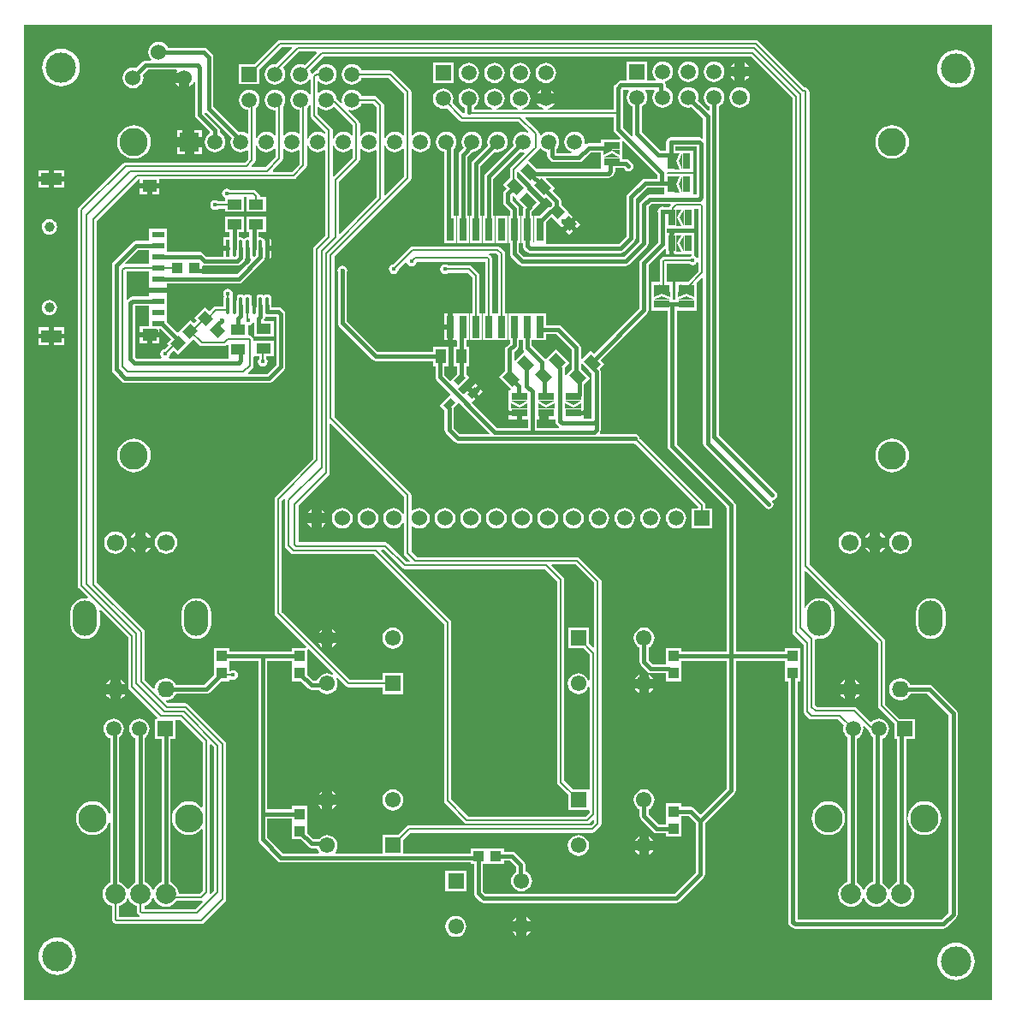
<source format=gbl>
G04*
G04 #@! TF.GenerationSoftware,Altium Limited,Altium Designer,20.2.4 (192)*
G04*
G04 Layer_Physical_Order=2*
G04 Layer_Color=16711680*
%FSLAX25Y25*%
%MOIN*%
G70*
G04*
G04 #@! TF.SameCoordinates,044C43E0-6038-46BE-8CBF-5B013F79F5C9*
G04*
G04*
G04 #@! TF.FilePolarity,Positive*
G04*
G01*
G75*
%ADD10C,0.00787*%
%ADD31R,0.06102X0.06102*%
%ADD32C,0.06102*%
%ADD35R,0.05512X0.03937*%
%ADD36C,0.01500*%
%ADD37C,0.06000*%
%ADD38R,0.05906X0.05906*%
%ADD39C,0.05906*%
%ADD40C,0.03937*%
%ADD41C,0.11024*%
%ADD42R,0.07400X0.07400*%
%ADD43O,0.09449X0.13780*%
%ADD44O,0.06299X0.06693*%
%ADD45O,0.06693X0.06299*%
%ADD46C,0.06693*%
%ADD47O,0.11024X0.11024*%
%ADD48C,0.07874*%
%ADD49C,0.11811*%
%ADD50C,0.01772*%
%ADD51R,0.06299X0.03150*%
G04:AMPARAMS|DCode=52|XSize=43.31mil|YSize=39.37mil|CornerRadius=0mil|HoleSize=0mil|Usage=FLASHONLY|Rotation=135.000|XOffset=0mil|YOffset=0mil|HoleType=Round|Shape=Rectangle|*
%AMROTATEDRECTD52*
4,1,4,0.02923,-0.00139,0.00139,-0.02923,-0.02923,0.00139,-0.00139,0.02923,0.02923,-0.00139,0.0*
%
%ADD52ROTATEDRECTD52*%

G04:AMPARAMS|DCode=53|XSize=43.31mil|YSize=39.37mil|CornerRadius=0mil|HoleSize=0mil|Usage=FLASHONLY|Rotation=45.000|XOffset=0mil|YOffset=0mil|HoleType=Round|Shape=Rectangle|*
%AMROTATEDRECTD53*
4,1,4,-0.00139,-0.02923,-0.02923,-0.00139,0.00139,0.02923,0.02923,0.00139,-0.00139,-0.02923,0.0*
%
%ADD53ROTATEDRECTD53*%

%ADD54R,0.01499X0.06517*%
G04:AMPARAMS|DCode=55|XSize=65.17mil|YSize=14.99mil|CornerRadius=7.5mil|HoleSize=0mil|Usage=FLASHONLY|Rotation=270.000|XOffset=0mil|YOffset=0mil|HoleType=Round|Shape=RoundedRectangle|*
%AMROUNDEDRECTD55*
21,1,0.06517,0.00000,0,0,270.0*
21,1,0.05018,0.01499,0,0,270.0*
1,1,0.01499,0.00000,-0.02509*
1,1,0.01499,0.00000,0.02509*
1,1,0.01499,0.00000,0.02509*
1,1,0.01499,0.00000,-0.02509*
%
%ADD55ROUNDEDRECTD55*%
G04:AMPARAMS|DCode=56|XSize=55.12mil|YSize=39.37mil|CornerRadius=0mil|HoleSize=0mil|Usage=FLASHONLY|Rotation=315.000|XOffset=0mil|YOffset=0mil|HoleType=Round|Shape=Rectangle|*
%AMROTATEDRECTD56*
4,1,4,-0.03341,0.00557,-0.00557,0.03341,0.03341,-0.00557,0.00557,-0.03341,-0.03341,0.00557,0.0*
%
%ADD56ROTATEDRECTD56*%

%ADD57R,0.03937X0.05512*%
G04:AMPARAMS|DCode=58|XSize=42.13mil|YSize=23.62mil|CornerRadius=0mil|HoleSize=0mil|Usage=FLASHONLY|Rotation=45.000|XOffset=0mil|YOffset=0mil|HoleType=Round|Shape=Rectangle|*
%AMROTATEDRECTD58*
4,1,4,-0.00654,-0.02325,-0.02325,-0.00654,0.00654,0.02325,0.02325,0.00654,-0.00654,-0.02325,0.0*
%
%ADD58ROTATEDRECTD58*%

%ADD59R,0.02500X0.08504*%
%ADD60R,0.03150X0.06299*%
%ADD61R,0.05118X0.02362*%
%ADD62R,0.05512X0.04724*%
%ADD63R,0.07874X0.04724*%
%ADD64R,0.03937X0.04331*%
%ADD65R,0.04331X0.03937*%
G36*
X378378Y1622D02*
X1622D01*
Y381278D01*
X378378D01*
Y1622D01*
D02*
G37*
%LPC*%
G36*
X286638Y375283D02*
X101188D01*
X100645Y375175D01*
X100184Y374867D01*
X91206Y365890D01*
X85310D01*
Y357984D01*
X93216D01*
Y363880D01*
X101777Y372441D01*
X105778D01*
X105970Y371979D01*
X99839Y365848D01*
X99263Y365924D01*
X98231Y365788D01*
X97270Y365390D01*
X96444Y364756D01*
X95810Y363930D01*
X95412Y362969D01*
X95276Y361937D01*
X95412Y360905D01*
X95810Y359944D01*
X96444Y359118D01*
X97270Y358484D01*
X98231Y358086D01*
X99263Y357950D01*
X100295Y358086D01*
X101257Y358484D01*
X102082Y359118D01*
X102716Y359944D01*
X103114Y360905D01*
X103250Y361937D01*
X103114Y362969D01*
X102716Y363930D01*
X102379Y364369D01*
X108663Y370654D01*
X115317D01*
X115508Y370192D01*
X110867Y365551D01*
X110295Y365788D01*
X109263Y365924D01*
X108231Y365788D01*
X107270Y365390D01*
X106444Y364756D01*
X105810Y363930D01*
X105412Y362969D01*
X105276Y361937D01*
X105412Y360905D01*
X105810Y359944D01*
X106444Y359118D01*
X107270Y358484D01*
X108231Y358086D01*
X109263Y357950D01*
X110295Y358086D01*
X111257Y358484D01*
X112082Y359118D01*
X112654Y359863D01*
X112970Y359819D01*
X113154Y359728D01*
Y354146D01*
X112970Y354055D01*
X112654Y354011D01*
X112082Y354756D01*
X111257Y355390D01*
X110295Y355788D01*
X109263Y355924D01*
X108231Y355788D01*
X107270Y355390D01*
X106444Y354756D01*
X105810Y353930D01*
X105412Y352969D01*
X105276Y351937D01*
X105412Y350905D01*
X105810Y349943D01*
X106444Y349118D01*
X107270Y348484D01*
X108231Y348086D01*
X108941Y347992D01*
Y338891D01*
X108441Y338645D01*
X108009Y338976D01*
X107048Y339375D01*
X106016Y339510D01*
X104984Y339375D01*
X104022Y338976D01*
X103197Y338343D01*
X102921Y337984D01*
X102421Y338153D01*
Y349559D01*
X102716Y349943D01*
X103114Y350905D01*
X103250Y351937D01*
X103114Y352969D01*
X102716Y353930D01*
X102082Y354756D01*
X101257Y355390D01*
X100295Y355788D01*
X99263Y355924D01*
X98231Y355788D01*
X97270Y355390D01*
X96444Y354756D01*
X95810Y353930D01*
X95412Y352969D01*
X95276Y351937D01*
X95412Y350905D01*
X95810Y349943D01*
X96444Y349118D01*
X97270Y348484D01*
X98231Y348086D01*
X99263Y347950D01*
X99579Y347673D01*
Y338194D01*
X99079Y338025D01*
X98835Y338343D01*
X98009Y338976D01*
X97048Y339375D01*
X96016Y339510D01*
X94984Y339375D01*
X94022Y338976D01*
X93197Y338343D01*
X92563Y337517D01*
X92283Y336842D01*
X91783Y336941D01*
Y348888D01*
X92082Y349118D01*
X92716Y349943D01*
X93114Y350905D01*
X93250Y351937D01*
X93114Y352969D01*
X92716Y353930D01*
X92082Y354756D01*
X91257Y355390D01*
X90295Y355788D01*
X89263Y355924D01*
X88231Y355788D01*
X87270Y355390D01*
X86444Y354756D01*
X85810Y353930D01*
X85412Y352969D01*
X85276Y351937D01*
X85412Y350905D01*
X85810Y349943D01*
X86444Y349118D01*
X87270Y348484D01*
X88231Y348086D01*
X88941Y347992D01*
Y338891D01*
X88441Y338645D01*
X88009Y338976D01*
X87048Y339375D01*
X86016Y339510D01*
X85129Y339394D01*
X75284Y349239D01*
Y368500D01*
X75284Y368500D01*
X75148Y369183D01*
X74762Y369762D01*
X74762Y369762D01*
X72762Y371762D01*
X72183Y372148D01*
X71500Y372284D01*
X57591D01*
X57494Y372517D01*
X56853Y373353D01*
X56017Y373994D01*
X55044Y374397D01*
X54000Y374535D01*
X52956Y374397D01*
X51983Y373994D01*
X51147Y373353D01*
X50506Y372517D01*
X50103Y371544D01*
X49966Y370500D01*
X50103Y369456D01*
X50506Y368483D01*
X51042Y367784D01*
X50852Y367284D01*
X49000D01*
X49000Y367284D01*
X48317Y367148D01*
X47738Y366762D01*
X47738Y366762D01*
X45277Y364301D01*
X45044Y364397D01*
X44000Y364534D01*
X42956Y364397D01*
X41983Y363994D01*
X41147Y363353D01*
X40506Y362517D01*
X40103Y361544D01*
X39966Y360500D01*
X40103Y359456D01*
X40506Y358483D01*
X41147Y357647D01*
X41983Y357006D01*
X42956Y356603D01*
X44000Y356466D01*
X45044Y356603D01*
X46017Y357006D01*
X46853Y357647D01*
X47494Y358483D01*
X47897Y359456D01*
X48035Y360500D01*
X47897Y361544D01*
X47800Y361777D01*
X49739Y363716D01*
X60852D01*
X61042Y363216D01*
X60506Y362517D01*
X60486Y362469D01*
X64000D01*
Y360500D01*
X65969D01*
Y356986D01*
X66017Y357006D01*
X66853Y357647D01*
X67494Y358483D01*
X67716Y359018D01*
X68216Y358919D01*
Y346000D01*
X68352Y345317D01*
X68738Y344738D01*
X73978Y339499D01*
X73993Y339318D01*
X73900Y338882D01*
X73197Y338343D01*
X72563Y337517D01*
X72165Y336556D01*
X72029Y335524D01*
X72165Y334492D01*
X72563Y333530D01*
X73197Y332704D01*
X74022Y332071D01*
X74984Y331673D01*
X76016Y331537D01*
X77048Y331673D01*
X78009Y332071D01*
X78835Y332704D01*
X79469Y333530D01*
X79867Y334492D01*
X80003Y335524D01*
X79867Y336556D01*
X79469Y337517D01*
X78835Y338343D01*
X78009Y338976D01*
X77800Y339063D01*
Y339984D01*
X77800Y339984D01*
X77664Y340667D01*
X77277Y341246D01*
X77277Y341246D01*
X71958Y346565D01*
X71986Y346784D01*
X72512Y346964D01*
X82386Y337090D01*
X82165Y336556D01*
X82029Y335524D01*
X82165Y334492D01*
X82563Y333530D01*
X83197Y332704D01*
X84022Y332071D01*
X84984Y331673D01*
X86016Y331537D01*
X87048Y331673D01*
X88009Y332071D01*
X88441Y332402D01*
X88941Y332156D01*
Y328951D01*
X87486Y327496D01*
X41075D01*
X40531Y327388D01*
X40070Y327080D01*
X22995Y310005D01*
X22687Y309544D01*
X22579Y309000D01*
Y162729D01*
X22687Y162185D01*
X22995Y161724D01*
X26399Y158320D01*
X26165Y157847D01*
X25347Y157955D01*
X23853Y157758D01*
X22460Y157181D01*
X21264Y156263D01*
X20347Y155068D01*
X19770Y153675D01*
X19573Y152181D01*
Y147850D01*
X19770Y146356D01*
X20347Y144963D01*
X21264Y143767D01*
X22460Y142850D01*
X23853Y142273D01*
X25347Y142076D01*
X26841Y142273D01*
X28234Y142850D01*
X29430Y143767D01*
X30347Y144963D01*
X30924Y146356D01*
X31121Y147850D01*
Y152181D01*
X31013Y152999D01*
X31487Y153233D01*
X42079Y142640D01*
Y123500D01*
X42187Y122956D01*
X42495Y122495D01*
X53538Y111453D01*
X53330Y110953D01*
X52547D01*
Y109696D01*
X52520Y109559D01*
X52547Y109422D01*
Y103047D01*
X55058D01*
Y47341D01*
X54353Y47049D01*
X53321Y46257D01*
X52530Y45226D01*
X52192Y44409D01*
X51651D01*
X51313Y45226D01*
X50521Y46257D01*
X49490Y47049D01*
X48534Y47444D01*
Y103579D01*
X49319Y104181D01*
X49953Y105007D01*
X50351Y105968D01*
X50487Y107000D01*
X50351Y108032D01*
X49953Y108993D01*
X49319Y109819D01*
X48493Y110453D01*
X47532Y110851D01*
X46500Y110987D01*
X45468Y110851D01*
X44507Y110453D01*
X43681Y109819D01*
X43047Y108993D01*
X42649Y108032D01*
X42513Y107000D01*
X42649Y105968D01*
X43047Y105007D01*
X43681Y104181D01*
X44507Y103547D01*
X44966Y103357D01*
Y47237D01*
X44510Y47049D01*
X43479Y46257D01*
X42687Y45226D01*
X42349Y44409D01*
X41808D01*
X41470Y45226D01*
X40679Y46257D01*
X39647Y47049D01*
X38613Y47477D01*
Y103639D01*
X39319Y104181D01*
X39953Y105007D01*
X40351Y105968D01*
X40487Y107000D01*
X40351Y108032D01*
X39953Y108993D01*
X39319Y109819D01*
X38493Y110453D01*
X37532Y110851D01*
X36500Y110987D01*
X35468Y110851D01*
X34507Y110453D01*
X33681Y109819D01*
X33047Y108993D01*
X32649Y108032D01*
X32513Y107000D01*
X32649Y105968D01*
X33047Y105007D01*
X33681Y104181D01*
X34507Y103547D01*
X35045Y103324D01*
Y74184D01*
X34545Y74110D01*
X34345Y74768D01*
X33740Y75899D01*
X32926Y76891D01*
X31935Y77704D01*
X30804Y78309D01*
X29576Y78681D01*
X28300Y78807D01*
X27023Y78681D01*
X25796Y78309D01*
X24664Y77704D01*
X23673Y76891D01*
X22859Y75899D01*
X22254Y74768D01*
X21882Y73540D01*
X21756Y72264D01*
X21882Y70987D01*
X22254Y69760D01*
X22859Y68629D01*
X23673Y67637D01*
X24664Y66823D01*
X25796Y66219D01*
X27023Y65846D01*
X28300Y65720D01*
X29576Y65846D01*
X30804Y66219D01*
X31935Y66823D01*
X32926Y67637D01*
X33740Y68629D01*
X34345Y69760D01*
X34545Y70418D01*
X35045Y70343D01*
Y47205D01*
X34668Y47049D01*
X33636Y46257D01*
X32845Y45226D01*
X32348Y44025D01*
X32178Y42736D01*
X32348Y41447D01*
X32845Y40246D01*
X33636Y39215D01*
X34668Y38424D01*
X35737Y37981D01*
Y32961D01*
X35845Y32418D01*
X36153Y31956D01*
X36614Y31495D01*
X37075Y31187D01*
X37619Y31079D01*
X70500D01*
X71044Y31187D01*
X71505Y31495D01*
X79792Y39783D01*
X80100Y40244D01*
X80208Y40787D01*
Y101268D01*
X80100Y101812D01*
X79792Y102273D01*
X65482Y116583D01*
X65021Y116891D01*
X64477Y116999D01*
X57688D01*
X56916Y117771D01*
X56996Y118093D01*
X57113Y118281D01*
X58123Y118414D01*
X59133Y118832D01*
X59999Y119497D01*
X60664Y120364D01*
X60792Y120672D01*
X72500D01*
X73182Y120808D01*
X73761Y121195D01*
X78055Y125488D01*
X81468D01*
Y126154D01*
X81968Y126421D01*
X82264Y126224D01*
X83000Y126077D01*
X83736Y126224D01*
X84360Y126640D01*
X84776Y127264D01*
X84923Y128000D01*
X84776Y128736D01*
X84360Y129360D01*
X83736Y129776D01*
X83000Y129923D01*
X82264Y129776D01*
X81968Y129579D01*
X81468Y129846D01*
Y131819D01*
X81468D01*
Y132181D01*
X81468D01*
Y133562D01*
X92716D01*
Y74000D01*
Y64000D01*
X92852Y63317D01*
X93238Y62738D01*
X100398Y55579D01*
X100977Y55192D01*
X101660Y55056D01*
X175488D01*
Y54532D01*
X176716D01*
Y43000D01*
X176851Y42317D01*
X177238Y41738D01*
X179238Y39738D01*
X179238Y39738D01*
X179817Y39351D01*
X180500Y39216D01*
X180500Y39216D01*
X255621D01*
X256304Y39351D01*
X256883Y39738D01*
X266262Y49117D01*
X266262Y49117D01*
X266649Y49696D01*
X266784Y50379D01*
X266784Y50379D01*
Y70261D01*
X278262Y81738D01*
X278262Y81738D01*
X278648Y82317D01*
X278784Y83000D01*
X278784Y83000D01*
Y133562D01*
X298031D01*
Y132319D01*
X298031Y132181D01*
Y131819D01*
X298031Y131681D01*
Y125488D01*
X299216D01*
Y31879D01*
X299352Y31196D01*
X299738Y30617D01*
X300617Y29738D01*
X301196Y29351D01*
X301879Y29216D01*
X359500D01*
X360183Y29351D01*
X360762Y29738D01*
X364640Y33617D01*
X365027Y34196D01*
X365163Y34879D01*
Y113121D01*
X365163Y113121D01*
X365027Y113804D01*
X364640Y114383D01*
X364640Y114383D01*
X355305Y123718D01*
X354726Y124105D01*
X354044Y124241D01*
X346792D01*
X346665Y124549D01*
X345999Y125416D01*
X345132Y126081D01*
X344123Y126499D01*
X343040Y126642D01*
X342646D01*
X341563Y126499D01*
X340553Y126081D01*
X339687Y125416D01*
X339021Y124549D01*
X338603Y123540D01*
X338461Y122456D01*
X338603Y121373D01*
X339021Y120364D01*
X339687Y119497D01*
X340553Y118832D01*
X341563Y118414D01*
X342646Y118271D01*
X343040D01*
X344123Y118414D01*
X345132Y118832D01*
X345999Y119497D01*
X346665Y120364D01*
X346792Y120672D01*
X353305D01*
X361594Y112382D01*
Y35618D01*
X358761Y32784D01*
X302784D01*
Y125488D01*
X303969D01*
Y131681D01*
X303969Y131819D01*
Y132181D01*
X303969Y132319D01*
Y138512D01*
X298031D01*
Y137131D01*
X278784D01*
Y194000D01*
X278648Y194683D01*
X278262Y195262D01*
X255784Y217739D01*
Y269874D01*
X263650D01*
Y273902D01*
X263668Y273977D01*
X263665Y274001D01*
X263669Y274024D01*
X263650Y274122D01*
Y274886D01*
X263668Y274961D01*
X263665Y274985D01*
X263669Y275008D01*
X263669Y276976D01*
X263650Y277075D01*
Y280691D01*
X265517Y282558D01*
X265979Y282367D01*
Y218237D01*
X266115Y217554D01*
X266501Y216975D01*
X289746Y193731D01*
X290140Y193140D01*
X290764Y192724D01*
X291500Y192577D01*
X292236Y192724D01*
X292860Y193140D01*
X293276Y193764D01*
X293423Y194500D01*
X293276Y195236D01*
X293033Y195600D01*
X293279Y196133D01*
X293736Y196224D01*
X294360Y196640D01*
X294776Y197264D01*
X294923Y198000D01*
X294776Y198736D01*
X294360Y199360D01*
X293769Y199754D01*
X272047Y221476D01*
Y349398D01*
X272257Y349484D01*
X273082Y350118D01*
X273716Y350943D01*
X274114Y351905D01*
X274250Y352937D01*
X274114Y353969D01*
X273716Y354930D01*
X273082Y355756D01*
X272257Y356390D01*
X271295Y356788D01*
X270263Y356924D01*
X269231Y356788D01*
X268270Y356390D01*
X267444Y355756D01*
X266810Y354930D01*
X266412Y353969D01*
X266276Y352937D01*
X266412Y351905D01*
X266810Y350943D01*
X267444Y350118D01*
X268270Y349484D01*
X268479Y349398D01*
Y347898D01*
X268017Y347707D01*
X264028Y351696D01*
X264114Y351905D01*
X264250Y352937D01*
X264114Y353969D01*
X263716Y354930D01*
X263082Y355756D01*
X262257Y356390D01*
X261295Y356788D01*
X260263Y356924D01*
X259231Y356788D01*
X258270Y356390D01*
X257444Y355756D01*
X256810Y354930D01*
X256412Y353969D01*
X256276Y352937D01*
X256412Y351905D01*
X256810Y350943D01*
X257444Y350118D01*
X258270Y349484D01*
X259231Y349086D01*
X260263Y348950D01*
X261295Y349086D01*
X261504Y349173D01*
X265979Y344698D01*
Y337107D01*
X265479Y336885D01*
X265067Y337160D01*
X264384Y337296D01*
X253500D01*
X253500Y337296D01*
X252817Y337160D01*
X252238Y336773D01*
X252238Y336773D01*
X252187Y336722D01*
X251800Y336143D01*
X251665Y335461D01*
Y332184D01*
X249340D01*
X242047Y339476D01*
Y349398D01*
X242257Y349484D01*
X243082Y350118D01*
X243716Y350943D01*
X244114Y351905D01*
X244250Y352937D01*
X244114Y353969D01*
X243716Y354930D01*
X243390Y355355D01*
X243636Y355855D01*
X246890D01*
X247136Y355355D01*
X246810Y354930D01*
X246412Y353969D01*
X246276Y352937D01*
X246412Y351905D01*
X246810Y350943D01*
X247444Y350118D01*
X248270Y349484D01*
X249231Y349086D01*
X250263Y348950D01*
X251295Y349086D01*
X252257Y349484D01*
X253082Y350118D01*
X253716Y350943D01*
X254114Y351905D01*
X254250Y352937D01*
X254114Y353969D01*
X253716Y354930D01*
X253082Y355756D01*
X252257Y356390D01*
X251406Y356742D01*
Y357640D01*
X251270Y358323D01*
X251113Y358558D01*
X251276Y359031D01*
X251347Y359107D01*
X252257Y359484D01*
X253082Y360118D01*
X253716Y360944D01*
X254114Y361905D01*
X254250Y362937D01*
X254114Y363969D01*
X253716Y364930D01*
X253082Y365756D01*
X252257Y366390D01*
X251295Y366788D01*
X250263Y366924D01*
X249231Y366788D01*
X248270Y366390D01*
X247444Y365756D01*
X246810Y364930D01*
X246412Y363969D01*
X246276Y362937D01*
X246412Y361905D01*
X246810Y360944D01*
X247444Y360118D01*
X247697Y359924D01*
X247527Y359424D01*
X244216D01*
Y366890D01*
X236310D01*
Y359424D01*
X234018D01*
X234018Y359424D01*
X233336Y359288D01*
X232757Y358901D01*
X232757Y358901D01*
X231738Y357883D01*
X231351Y357304D01*
X231216Y356621D01*
Y348065D01*
X205666D01*
X205634Y348565D01*
X205795Y348586D01*
X206757Y348984D01*
X207582Y349618D01*
X208216Y350444D01*
X208226Y350468D01*
X201300D01*
X201310Y350444D01*
X201944Y349618D01*
X202770Y348984D01*
X203731Y348586D01*
X203893Y348565D01*
X203860Y348065D01*
X195666D01*
X195634Y348565D01*
X195795Y348586D01*
X196756Y348984D01*
X197582Y349618D01*
X198216Y350444D01*
X198614Y351405D01*
X198750Y352437D01*
X198614Y353469D01*
X198216Y354430D01*
X197582Y355256D01*
X196756Y355890D01*
X195795Y356288D01*
X194763Y356424D01*
X193731Y356288D01*
X192770Y355890D01*
X191944Y355256D01*
X191310Y354430D01*
X190912Y353469D01*
X190776Y352437D01*
X190912Y351405D01*
X191310Y350444D01*
X191944Y349618D01*
X192770Y348984D01*
X193731Y348586D01*
X193893Y348565D01*
X193860Y348065D01*
X185666D01*
X185634Y348565D01*
X185795Y348586D01*
X186757Y348984D01*
X187582Y349618D01*
X188216Y350444D01*
X188614Y351405D01*
X188750Y352437D01*
X188614Y353469D01*
X188216Y354430D01*
X187582Y355256D01*
X186757Y355890D01*
X185795Y356288D01*
X184763Y356424D01*
X183731Y356288D01*
X182770Y355890D01*
X181944Y355256D01*
X181310Y354430D01*
X180912Y353469D01*
X180776Y352437D01*
X180912Y351405D01*
X181310Y350444D01*
X181944Y349618D01*
X182770Y348984D01*
X183731Y348586D01*
X183893Y348565D01*
X183860Y348065D01*
X176784D01*
Y349006D01*
X177582Y349618D01*
X178216Y350444D01*
X178614Y351405D01*
X178750Y352437D01*
X178614Y353469D01*
X178216Y354430D01*
X177582Y355256D01*
X176757Y355890D01*
X175795Y356288D01*
X174763Y356424D01*
X173731Y356288D01*
X172770Y355890D01*
X171944Y355256D01*
X171310Y354430D01*
X170912Y353469D01*
X170776Y352437D01*
X170912Y351405D01*
X171310Y350444D01*
X171944Y349618D01*
X172770Y348984D01*
X173216Y348799D01*
Y347000D01*
X172812Y346616D01*
X172628Y346581D01*
X168377Y350833D01*
X168614Y351405D01*
X168750Y352437D01*
X168614Y353469D01*
X168216Y354430D01*
X167582Y355256D01*
X166756Y355890D01*
X165795Y356288D01*
X164763Y356424D01*
X163731Y356288D01*
X162770Y355890D01*
X161944Y355256D01*
X161310Y354430D01*
X160912Y353469D01*
X160776Y352437D01*
X160912Y351405D01*
X161310Y350444D01*
X161944Y349618D01*
X162770Y348984D01*
X163731Y348586D01*
X164763Y348450D01*
X165795Y348586D01*
X166367Y348823D01*
X171339Y343851D01*
X171800Y343544D01*
X172344Y343435D01*
X194055D01*
X197947Y339543D01*
X197664Y339119D01*
X197048Y339375D01*
X196016Y339510D01*
X194984Y339375D01*
X194022Y338976D01*
X193197Y338343D01*
X192563Y337517D01*
X192165Y336556D01*
X192029Y335524D01*
X192165Y334492D01*
X192251Y334283D01*
X181238Y323270D01*
X180851Y322691D01*
X180716Y322008D01*
Y306649D01*
X180250D01*
Y296146D01*
X184750D01*
Y306649D01*
X184284D01*
Y321269D01*
X194775Y331759D01*
X194984Y331673D01*
X196016Y331537D01*
X196366Y331583D01*
X196600Y331109D01*
X191995Y326505D01*
X191217Y325726D01*
X190909Y325265D01*
X190801Y324722D01*
Y321612D01*
X188023Y318835D01*
X189418Y317441D01*
X188738Y316762D01*
X188352Y316183D01*
X188216Y315500D01*
Y312000D01*
X188352Y311317D01*
X188738Y310738D01*
X190716Y308761D01*
Y306649D01*
X190250D01*
Y296146D01*
X190716D01*
Y292000D01*
X190851Y291317D01*
X191238Y290738D01*
X194238Y287738D01*
X194238Y287738D01*
X194817Y287351D01*
X195500Y287216D01*
X236000D01*
X236683Y287351D01*
X237262Y287738D01*
X244262Y294738D01*
X244262Y294738D01*
X244649Y295317D01*
X244784Y296000D01*
Y310261D01*
X245989Y311466D01*
X253206D01*
X253397Y311004D01*
X253125Y310732D01*
X252817Y310271D01*
X252800Y310184D01*
X250870D01*
X250174Y310322D01*
X249438Y310176D01*
X248814Y309759D01*
X248397Y309135D01*
X248251Y308400D01*
X248390Y307703D01*
Y296413D01*
X241738Y289762D01*
X241352Y289183D01*
X241216Y288500D01*
Y270739D01*
X223519Y253043D01*
X222215Y254347D01*
X218893Y251026D01*
X218431Y251217D01*
Y255353D01*
X218431Y255353D01*
X218295Y256036D01*
X217909Y256615D01*
X210762Y263762D01*
X210183Y264148D01*
X209500Y264284D01*
X204750D01*
Y268854D01*
X200250D01*
Y258350D01*
X204750D01*
Y260716D01*
X208761D01*
X214862Y254614D01*
Y246995D01*
X212770Y244903D01*
X212584Y244717D01*
X212240Y244849D01*
X212084Y245285D01*
Y247340D01*
X212084Y247340D01*
X212042Y247551D01*
X214026Y249535D01*
X208715Y254847D01*
X204917Y251049D01*
X204419Y251098D01*
X204409Y251115D01*
X199284Y256239D01*
Y258350D01*
X199750D01*
Y268854D01*
X195250D01*
Y258350D01*
X195716D01*
Y255500D01*
X195852Y254817D01*
X196176Y254331D01*
X196215Y253847D01*
X192893Y250526D01*
X192431Y250717D01*
Y253908D01*
X193762Y255238D01*
X193762Y255238D01*
X194149Y255817D01*
X194284Y256500D01*
Y258350D01*
X194750D01*
Y268854D01*
X190250D01*
Y258350D01*
X190716D01*
Y257239D01*
X189385Y255908D01*
X188998Y255330D01*
X188863Y254647D01*
Y246495D01*
X186449Y244081D01*
X191196Y239334D01*
X191005Y238872D01*
X190276D01*
Y234844D01*
X190257Y234769D01*
X190261Y234746D01*
X190256Y234722D01*
X190276Y234624D01*
Y233860D01*
X190257Y233785D01*
X190261Y233761D01*
X190256Y233738D01*
Y231770D01*
X190276Y231671D01*
Y231179D01*
X190467D01*
X190554Y231049D01*
X190885Y230827D01*
X191276Y230750D01*
X194425D01*
Y230195D01*
X195409D01*
Y227620D01*
X197716D01*
Y224284D01*
X185739D01*
X175949Y234075D01*
X177429Y235555D01*
X175886Y237097D01*
X174344Y238639D01*
X172864Y237159D01*
X170659Y239364D01*
X175032Y243737D01*
X173732Y245037D01*
Y248244D01*
X174736D01*
Y255756D01*
X173784D01*
Y258350D01*
X174750D01*
Y268854D01*
X170250D01*
Y263647D01*
X169750Y263869D01*
Y268854D01*
X168484D01*
Y263602D01*
Y258350D01*
X169716D01*
X169750Y258350D01*
X170216Y258268D01*
Y255756D01*
X168799D01*
Y248244D01*
X170163D01*
Y245037D01*
X167575Y242449D01*
X165284Y244739D01*
Y248244D01*
X166862D01*
Y255756D01*
X160925D01*
Y253784D01*
X139239D01*
X127284Y265739D01*
Y284804D01*
X127423Y285500D01*
X127276Y286236D01*
X126860Y286860D01*
X126236Y287276D01*
X125500Y287423D01*
X124764Y287276D01*
X124140Y286860D01*
X123724Y286236D01*
X123577Y285500D01*
X123716Y284804D01*
Y265000D01*
X123852Y264317D01*
X124238Y263738D01*
X137238Y250738D01*
X137238Y250738D01*
X137817Y250352D01*
X138500Y250216D01*
X138500Y250216D01*
X160925D01*
Y248244D01*
X161716D01*
Y244000D01*
X161852Y243317D01*
X162238Y242738D01*
X167696Y237281D01*
X163323Y232907D01*
X165048Y231182D01*
X165146Y231036D01*
X165277Y230904D01*
Y223439D01*
X165413Y222756D01*
X165800Y222177D01*
X169238Y218738D01*
X169238Y218738D01*
X169817Y218352D01*
X170500Y218216D01*
X239275D01*
X264038Y193453D01*
X263979Y192953D01*
X261547D01*
Y185047D01*
X269453D01*
Y192953D01*
X266921D01*
Y194000D01*
X266813Y194544D01*
X266505Y195005D01*
X241228Y220281D01*
X241148Y220683D01*
X240762Y221262D01*
X240183Y221649D01*
X239500Y221784D01*
X225974D01*
X225752Y222284D01*
X226027Y222696D01*
X226163Y223379D01*
Y246262D01*
X226027Y246944D01*
X225790Y247299D01*
X227526Y249036D01*
X226043Y250519D01*
X244262Y268738D01*
X244649Y269317D01*
X244784Y270000D01*
X244784Y270000D01*
Y287761D01*
X250912Y293889D01*
X251374Y293697D01*
Y291850D01*
X252965D01*
Y296000D01*
Y300150D01*
X251958D01*
Y301850D01*
X255425D01*
X255524Y301831D01*
X257492D01*
X257515Y301835D01*
X257539Y301832D01*
X257614Y301850D01*
X258378D01*
X258476Y301831D01*
X258500Y301835D01*
X258523Y301832D01*
X258598Y301850D01*
X262626D01*
Y309579D01*
X264198D01*
Y290482D01*
X263698Y290353D01*
X263360Y290860D01*
X262736Y291276D01*
X262364Y291350D01*
X262413Y291850D01*
X262626D01*
Y300150D01*
X258598D01*
X258523Y300168D01*
X258500Y300165D01*
X258476Y300169D01*
X258378Y300150D01*
X257614D01*
X257539Y300168D01*
X257515Y300165D01*
X257492Y300169D01*
X255524D01*
X255425Y300150D01*
X254933D01*
Y299958D01*
X254802Y299871D01*
X254581Y299540D01*
X254504Y299150D01*
Y296000D01*
Y292850D01*
X254581Y292460D01*
X254802Y292129D01*
X254933Y292042D01*
Y291850D01*
X255425D01*
X255524Y291831D01*
X257492D01*
X257515Y291835D01*
X257539Y291832D01*
X257614Y291850D01*
X258378D01*
X258476Y291831D01*
X258500Y291835D01*
X258523Y291832D01*
X258598Y291850D01*
X261587D01*
X261636Y291350D01*
X261264Y291276D01*
X260732Y290921D01*
X251000D01*
X250456Y290813D01*
X249995Y290505D01*
X249495Y290005D01*
X249187Y289544D01*
X249079Y289000D01*
Y281599D01*
X248819Y281153D01*
X248682Y281126D01*
X245850D01*
Y277075D01*
X245831Y276976D01*
Y275008D01*
X245835Y274985D01*
X245832Y274961D01*
X245850Y274886D01*
Y274122D01*
X245831Y274024D01*
X245835Y274001D01*
X245832Y273977D01*
X245850Y273902D01*
Y269874D01*
X252216D01*
Y217000D01*
X252351Y216317D01*
X252738Y215738D01*
X275216Y193261D01*
Y137131D01*
X257469D01*
Y138512D01*
X251532D01*
Y132284D01*
X246239D01*
X244801Y133722D01*
Y138712D01*
X245060Y138820D01*
X245906Y139469D01*
X246555Y140315D01*
X246964Y141301D01*
X247103Y142358D01*
X246964Y143416D01*
X246555Y144401D01*
X245906Y145248D01*
X245060Y145897D01*
X244074Y146305D01*
X243017Y146444D01*
X241959Y146305D01*
X240974Y145897D01*
X240127Y145248D01*
X239478Y144401D01*
X239070Y143416D01*
X238931Y142358D01*
X239070Y141301D01*
X239478Y140315D01*
X240127Y139469D01*
X240974Y138820D01*
X241232Y138712D01*
Y132983D01*
X241368Y132300D01*
X241755Y131722D01*
X244238Y129238D01*
X244238Y129238D01*
X244817Y128851D01*
X245500Y128716D01*
X245500Y128716D01*
X251532D01*
Y125488D01*
X257469D01*
Y131681D01*
X257469Y131819D01*
X257469D01*
Y132181D01*
X257469D01*
Y133562D01*
X275216D01*
Y83739D01*
X265000Y73523D01*
X262415Y76108D01*
X261836Y76495D01*
X261154Y76631D01*
X257469D01*
Y78012D01*
X251532D01*
Y71819D01*
X251532Y71681D01*
Y71319D01*
X251532Y71181D01*
Y69938D01*
X248586D01*
X244801Y73722D01*
Y75712D01*
X245060Y75820D01*
X245906Y76469D01*
X246555Y77315D01*
X246964Y78301D01*
X247103Y79358D01*
X246964Y80416D01*
X246555Y81401D01*
X245906Y82248D01*
X245060Y82897D01*
X244074Y83305D01*
X243017Y83444D01*
X241959Y83305D01*
X240974Y82897D01*
X240127Y82248D01*
X239478Y81401D01*
X239070Y80416D01*
X238931Y79358D01*
X239070Y78301D01*
X239478Y77315D01*
X240127Y76469D01*
X240974Y75820D01*
X241232Y75712D01*
Y72983D01*
X241368Y72300D01*
X241755Y71722D01*
X246585Y66892D01*
X246585Y66892D01*
X247164Y66505D01*
X247846Y66369D01*
X247847Y66369D01*
X251532D01*
Y64988D01*
X257469D01*
Y71181D01*
X257469Y71319D01*
Y71681D01*
X257469Y71819D01*
Y73062D01*
X260415D01*
X263216Y70261D01*
Y51118D01*
X254882Y42784D01*
X181239D01*
X180284Y43739D01*
Y54532D01*
X181681D01*
X181819Y54532D01*
X182181D01*
X182319Y54532D01*
X188512D01*
Y55716D01*
X190882D01*
X193216Y53382D01*
Y51369D01*
X192406Y50748D01*
X191757Y49901D01*
X191348Y48916D01*
X191209Y47858D01*
X191348Y46801D01*
X191757Y45815D01*
X192406Y44969D01*
X193252Y44320D01*
X194238Y43911D01*
X195295Y43772D01*
X196353Y43911D01*
X197338Y44320D01*
X198185Y44969D01*
X198834Y45815D01*
X199242Y46801D01*
X199381Y47858D01*
X199242Y48916D01*
X198834Y49901D01*
X198185Y50748D01*
X197338Y51397D01*
X196784Y51626D01*
Y54121D01*
X196784Y54121D01*
X196649Y54804D01*
X196262Y55383D01*
X196262Y55383D01*
X192883Y58762D01*
X192304Y59149D01*
X191621Y59284D01*
X188512D01*
Y60469D01*
X182319D01*
X182181Y60469D01*
X181819D01*
X181681Y60469D01*
X175488D01*
Y58625D01*
X149247D01*
Y63693D01*
X152132Y66579D01*
X223000D01*
X223544Y66687D01*
X224005Y66995D01*
X226005Y68995D01*
X226313Y69456D01*
X226421Y70000D01*
Y164500D01*
X226313Y165044D01*
X226005Y165505D01*
X218005Y173505D01*
X217544Y173813D01*
X217000Y173921D01*
X154589D01*
X152421Y176089D01*
Y185690D01*
X152921Y185937D01*
X153483Y185506D01*
X154456Y185103D01*
X155500Y184966D01*
X156544Y185103D01*
X157517Y185506D01*
X158353Y186147D01*
X158994Y186983D01*
X159397Y187956D01*
X159535Y189000D01*
X159397Y190044D01*
X158994Y191017D01*
X158353Y191853D01*
X157517Y192494D01*
X156544Y192897D01*
X155500Y193035D01*
X154456Y192897D01*
X153483Y192494D01*
X152921Y192063D01*
X152421Y192309D01*
Y198000D01*
X152313Y198544D01*
X152005Y199005D01*
X122421Y228589D01*
Y290911D01*
X152005Y320495D01*
X152313Y320956D01*
X152421Y321500D01*
Y332894D01*
X152921Y333064D01*
X153197Y332704D01*
X154022Y332071D01*
X154984Y331673D01*
X156016Y331537D01*
X157048Y331673D01*
X158009Y332071D01*
X158835Y332704D01*
X159468Y333530D01*
X159867Y334492D01*
X160003Y335524D01*
X159867Y336556D01*
X159468Y337517D01*
X158835Y338343D01*
X158009Y338976D01*
X157048Y339375D01*
X156016Y339510D01*
X154984Y339375D01*
X154022Y338976D01*
X153197Y338343D01*
X152921Y337984D01*
X152421Y338153D01*
Y355000D01*
X152313Y355544D01*
X152005Y356005D01*
X145068Y362942D01*
X144607Y363250D01*
X144063Y363358D01*
X132953D01*
X132716Y363930D01*
X132082Y364756D01*
X131256Y365390D01*
X130295Y365788D01*
X129263Y365924D01*
X128231Y365788D01*
X127270Y365390D01*
X126444Y364756D01*
X125810Y363930D01*
X125412Y362969D01*
X125276Y361937D01*
X125412Y360905D01*
X125810Y359944D01*
X126444Y359118D01*
X127270Y358484D01*
X128231Y358086D01*
X129263Y357950D01*
X130295Y358086D01*
X131256Y358484D01*
X132082Y359118D01*
X132716Y359944D01*
X132953Y360516D01*
X143474D01*
X149579Y354411D01*
Y338194D01*
X149079Y338025D01*
X148835Y338343D01*
X148009Y338976D01*
X147048Y339375D01*
X146016Y339510D01*
X144984Y339375D01*
X144022Y338976D01*
X143197Y338343D01*
X142563Y337517D01*
X142283Y336842D01*
X141783Y336941D01*
Y349826D01*
X141675Y350370D01*
X141367Y350831D01*
X139256Y352942D01*
X138795Y353250D01*
X138251Y353358D01*
X132953D01*
X132716Y353930D01*
X132082Y354756D01*
X131256Y355390D01*
X130295Y355788D01*
X129263Y355924D01*
X128231Y355788D01*
X127270Y355390D01*
X126444Y354756D01*
X125810Y353930D01*
X125412Y352969D01*
X125276Y351937D01*
X125412Y350905D01*
X125456Y350800D01*
X125032Y350516D01*
X123573Y351975D01*
X123213Y352216D01*
X123114Y352969D01*
X122716Y353930D01*
X122082Y354756D01*
X121256Y355390D01*
X120295Y355788D01*
X119263Y355924D01*
X118231Y355788D01*
X117270Y355390D01*
X116496Y354796D01*
X116032Y354896D01*
X115996Y354908D01*
Y358966D01*
X116032Y358978D01*
X116496Y359078D01*
X117270Y358484D01*
X118231Y358086D01*
X119263Y357950D01*
X120295Y358086D01*
X121256Y358484D01*
X122082Y359118D01*
X122716Y359944D01*
X123114Y360905D01*
X123250Y361937D01*
X123114Y362969D01*
X122716Y363930D01*
X122082Y364756D01*
X121256Y365390D01*
X120295Y365788D01*
X119263Y365924D01*
X118231Y365788D01*
X117270Y365390D01*
X116444Y364756D01*
X115810Y363930D01*
X115573Y363358D01*
X115437D01*
X114893Y363250D01*
X114432Y362942D01*
X113716Y362226D01*
X113205Y362371D01*
X113191Y362382D01*
X113114Y362969D01*
X112877Y363541D01*
X118202Y368866D01*
X284569D01*
X300792Y352643D01*
Y144788D01*
X300900Y144244D01*
X301208Y143783D01*
X305063Y139928D01*
Y113922D01*
X305171Y113378D01*
X305479Y112917D01*
X307188Y111208D01*
X307649Y110900D01*
X308193Y110792D01*
X308193Y110792D01*
X318699D01*
X320886Y108604D01*
X320649Y108032D01*
X320513Y107000D01*
X320649Y105968D01*
X321047Y105007D01*
X321681Y104181D01*
X322294Y103710D01*
Y47515D01*
X321167Y47049D01*
X320136Y46257D01*
X319344Y45226D01*
X318847Y44025D01*
X318677Y42736D01*
X318847Y41447D01*
X319344Y40246D01*
X320136Y39215D01*
X321167Y38424D01*
X322368Y37926D01*
X323657Y37757D01*
X324946Y37926D01*
X326147Y38424D01*
X327178Y39215D01*
X327970Y40246D01*
X328308Y41063D01*
X328849D01*
X329187Y40246D01*
X329978Y39215D01*
X331010Y38424D01*
X332211Y37926D01*
X333500Y37757D01*
X334788Y37926D01*
X335989Y38424D01*
X337021Y39215D01*
X337812Y40246D01*
X338150Y41063D01*
X338691D01*
X339030Y40246D01*
X339821Y39215D01*
X340852Y38424D01*
X342053Y37926D01*
X343342Y37757D01*
X344631Y37926D01*
X345832Y38424D01*
X346863Y39215D01*
X347654Y40246D01*
X348152Y41447D01*
X348322Y42736D01*
X348152Y44025D01*
X347654Y45226D01*
X346863Y46257D01*
X345832Y47049D01*
X345126Y47341D01*
Y103047D01*
X348453D01*
Y110953D01*
X342557D01*
X336921Y116589D01*
Y141000D01*
X336813Y141544D01*
X336505Y142005D01*
X307421Y171089D01*
Y355039D01*
X307313Y355582D01*
X307005Y356044D01*
X306544Y356505D01*
X306083Y356813D01*
X305601Y356909D01*
X287643Y374867D01*
X287182Y375175D01*
X286638Y375283D01*
D02*
G37*
G36*
X282232Y366400D02*
Y364906D01*
X283726D01*
X283716Y364930D01*
X283082Y365756D01*
X282257Y366390D01*
X282232Y366400D01*
D02*
G37*
G36*
X278295D02*
X278270Y366390D01*
X277444Y365756D01*
X276810Y364930D01*
X276800Y364906D01*
X278295D01*
Y366400D01*
D02*
G37*
G36*
X283726Y360968D02*
X282232D01*
Y359474D01*
X282257Y359484D01*
X283082Y360118D01*
X283716Y360944D01*
X283726Y360968D01*
D02*
G37*
G36*
X278295D02*
X276800D01*
X276810Y360944D01*
X277444Y360118D01*
X278270Y359484D01*
X278295Y359474D01*
Y360968D01*
D02*
G37*
G36*
X270263Y366924D02*
X269231Y366788D01*
X268270Y366390D01*
X267444Y365756D01*
X266810Y364930D01*
X266412Y363969D01*
X266276Y362937D01*
X266412Y361905D01*
X266810Y360944D01*
X267444Y360118D01*
X268270Y359484D01*
X269231Y359086D01*
X270263Y358950D01*
X271295Y359086D01*
X272257Y359484D01*
X273082Y360118D01*
X273716Y360944D01*
X274114Y361905D01*
X274250Y362937D01*
X274114Y363969D01*
X273716Y364930D01*
X273082Y365756D01*
X272257Y366390D01*
X271295Y366788D01*
X270263Y366924D01*
D02*
G37*
G36*
X260263D02*
X259231Y366788D01*
X258270Y366390D01*
X257444Y365756D01*
X256810Y364930D01*
X256412Y363969D01*
X256276Y362937D01*
X256412Y361905D01*
X256810Y360944D01*
X257444Y360118D01*
X258270Y359484D01*
X259231Y359086D01*
X260263Y358950D01*
X261295Y359086D01*
X262257Y359484D01*
X263082Y360118D01*
X263716Y360944D01*
X264114Y361905D01*
X264250Y362937D01*
X264114Y363969D01*
X263716Y364930D01*
X263082Y365756D01*
X262257Y366390D01*
X261295Y366788D01*
X260263Y366924D01*
D02*
G37*
G36*
X168716Y366390D02*
X160810D01*
Y358484D01*
X168716D01*
Y366390D01*
D02*
G37*
G36*
X204763Y366424D02*
X203731Y366288D01*
X202770Y365890D01*
X201944Y365256D01*
X201310Y364430D01*
X200912Y363469D01*
X200776Y362437D01*
X200912Y361405D01*
X201310Y360443D01*
X201944Y359618D01*
X202770Y358984D01*
X203731Y358586D01*
X204763Y358450D01*
X205795Y358586D01*
X206757Y358984D01*
X207582Y359618D01*
X208216Y360443D01*
X208614Y361405D01*
X208750Y362437D01*
X208614Y363469D01*
X208216Y364430D01*
X207582Y365256D01*
X206757Y365890D01*
X205795Y366288D01*
X204763Y366424D01*
D02*
G37*
G36*
X194763D02*
X193731Y366288D01*
X192770Y365890D01*
X191944Y365256D01*
X191310Y364430D01*
X190912Y363469D01*
X190776Y362437D01*
X190912Y361405D01*
X191310Y360443D01*
X191944Y359618D01*
X192770Y358984D01*
X193731Y358586D01*
X194763Y358450D01*
X195795Y358586D01*
X196756Y358984D01*
X197582Y359618D01*
X198216Y360443D01*
X198614Y361405D01*
X198750Y362437D01*
X198614Y363469D01*
X198216Y364430D01*
X197582Y365256D01*
X196756Y365890D01*
X195795Y366288D01*
X194763Y366424D01*
D02*
G37*
G36*
X184763D02*
X183731Y366288D01*
X182770Y365890D01*
X181944Y365256D01*
X181310Y364430D01*
X180912Y363469D01*
X180776Y362437D01*
X180912Y361405D01*
X181310Y360443D01*
X181944Y359618D01*
X182770Y358984D01*
X183731Y358586D01*
X184763Y358450D01*
X185795Y358586D01*
X186757Y358984D01*
X187582Y359618D01*
X188216Y360443D01*
X188614Y361405D01*
X188750Y362437D01*
X188614Y363469D01*
X188216Y364430D01*
X187582Y365256D01*
X186757Y365890D01*
X185795Y366288D01*
X184763Y366424D01*
D02*
G37*
G36*
X174763D02*
X173731Y366288D01*
X172770Y365890D01*
X171944Y365256D01*
X171310Y364430D01*
X170912Y363469D01*
X170776Y362437D01*
X170912Y361405D01*
X171310Y360443D01*
X171944Y359618D01*
X172770Y358984D01*
X173731Y358586D01*
X174763Y358450D01*
X175795Y358586D01*
X176757Y358984D01*
X177582Y359618D01*
X178216Y360443D01*
X178614Y361405D01*
X178750Y362437D01*
X178614Y363469D01*
X178216Y364430D01*
X177582Y365256D01*
X176757Y365890D01*
X175795Y366288D01*
X174763Y366424D01*
D02*
G37*
G36*
X16000Y371834D02*
X14569Y371694D01*
X13193Y371276D01*
X11925Y370598D01*
X10814Y369686D01*
X9902Y368575D01*
X9224Y367307D01*
X8806Y365931D01*
X8665Y364500D01*
X8806Y363069D01*
X9224Y361693D01*
X9902Y360425D01*
X10814Y359314D01*
X11925Y358402D01*
X13193Y357724D01*
X14569Y357306D01*
X16000Y357166D01*
X17431Y357306D01*
X18807Y357724D01*
X20075Y358402D01*
X21186Y359314D01*
X22098Y360425D01*
X22776Y361693D01*
X23194Y363069D01*
X23335Y364500D01*
X23194Y365931D01*
X22776Y367307D01*
X22098Y368575D01*
X21186Y369686D01*
X20075Y370598D01*
X18807Y371276D01*
X17431Y371694D01*
X16000Y371834D01*
D02*
G37*
G36*
X62032Y358531D02*
X60486D01*
X60506Y358483D01*
X61147Y357647D01*
X61983Y357006D01*
X62032Y356986D01*
Y358531D01*
D02*
G37*
G36*
X364500Y371335D02*
X363069Y371194D01*
X361693Y370776D01*
X360425Y370098D01*
X359314Y369186D01*
X358402Y368075D01*
X357724Y366807D01*
X357306Y365431D01*
X357166Y364000D01*
X357306Y362569D01*
X357724Y361193D01*
X358402Y359925D01*
X359314Y358814D01*
X360425Y357902D01*
X361693Y357224D01*
X363069Y356806D01*
X364500Y356665D01*
X365931Y356806D01*
X367307Y357224D01*
X368575Y357902D01*
X369686Y358814D01*
X370598Y359925D01*
X371276Y361193D01*
X371694Y362569D01*
X371834Y364000D01*
X371694Y365431D01*
X371276Y366807D01*
X370598Y368075D01*
X369686Y369186D01*
X368575Y370098D01*
X367307Y370776D01*
X365931Y371194D01*
X364500Y371335D01*
D02*
G37*
G36*
X206732Y355900D02*
Y354405D01*
X208226D01*
X208216Y354430D01*
X207582Y355256D01*
X206757Y355890D01*
X206732Y355900D01*
D02*
G37*
G36*
X202795D02*
X202770Y355890D01*
X201944Y355256D01*
X201310Y354430D01*
X201300Y354405D01*
X202795D01*
Y355900D01*
D02*
G37*
G36*
X280263Y356924D02*
X279231Y356788D01*
X278270Y356390D01*
X277444Y355756D01*
X276810Y354930D01*
X276412Y353969D01*
X276276Y352937D01*
X276412Y351905D01*
X276810Y350943D01*
X277444Y350118D01*
X278270Y349484D01*
X279231Y349086D01*
X280263Y348950D01*
X281295Y349086D01*
X282257Y349484D01*
X283082Y350118D01*
X283716Y350943D01*
X284114Y351905D01*
X284250Y352937D01*
X284114Y353969D01*
X283716Y354930D01*
X283082Y355756D01*
X282257Y356390D01*
X281295Y356788D01*
X280263Y356924D01*
D02*
G37*
G36*
X70716Y340224D02*
X67984D01*
Y337492D01*
X70716D01*
Y340224D01*
D02*
G37*
G36*
X64047D02*
X61316D01*
Y337492D01*
X64047D01*
Y340224D01*
D02*
G37*
G36*
X186016Y339510D02*
X184984Y339375D01*
X184022Y338976D01*
X183197Y338343D01*
X182563Y337517D01*
X182165Y336556D01*
X182029Y335524D01*
X182165Y334492D01*
X182251Y334283D01*
X176238Y328270D01*
X175852Y327691D01*
X175716Y327008D01*
Y306649D01*
X175250D01*
Y296146D01*
X179750D01*
Y306649D01*
X179284D01*
Y326269D01*
X184775Y331759D01*
X184984Y331673D01*
X186016Y331537D01*
X187048Y331673D01*
X188009Y332071D01*
X188835Y332704D01*
X189469Y333530D01*
X189867Y334492D01*
X190003Y335524D01*
X189867Y336556D01*
X189469Y337517D01*
X188835Y338343D01*
X188009Y338976D01*
X187048Y339375D01*
X186016Y339510D01*
D02*
G37*
G36*
X176016D02*
X174984Y339375D01*
X174022Y338976D01*
X173197Y338343D01*
X172563Y337517D01*
X172165Y336556D01*
X172029Y335524D01*
X172165Y334492D01*
X172563Y333530D01*
X172702Y333350D01*
X171238Y331887D01*
X170852Y331308D01*
X170716Y330625D01*
Y306650D01*
X170250D01*
Y296146D01*
X174750D01*
Y306650D01*
X174284D01*
Y329886D01*
X175945Y331546D01*
X176016Y331537D01*
X177048Y331673D01*
X178009Y332071D01*
X178835Y332704D01*
X179469Y333530D01*
X179867Y334492D01*
X180003Y335524D01*
X179867Y336556D01*
X179469Y337517D01*
X178835Y338343D01*
X178009Y338976D01*
X177048Y339375D01*
X176016Y339510D01*
D02*
G37*
G36*
X70716Y333555D02*
X67984D01*
Y330824D01*
X70716D01*
Y333555D01*
D02*
G37*
G36*
X64047D02*
X61316D01*
Y330824D01*
X64047D01*
Y333555D01*
D02*
G37*
G36*
X339638Y342067D02*
X338361Y341941D01*
X337134Y341569D01*
X336002Y340964D01*
X335011Y340150D01*
X334197Y339159D01*
X333593Y338028D01*
X333220Y336800D01*
X333095Y335524D01*
X333220Y334247D01*
X333593Y333020D01*
X334197Y331888D01*
X335011Y330897D01*
X336002Y330083D01*
X337134Y329478D01*
X338361Y329106D01*
X339638Y328980D01*
X340914Y329106D01*
X342142Y329478D01*
X343273Y330083D01*
X344265Y330897D01*
X345078Y331888D01*
X345683Y333020D01*
X346055Y334247D01*
X346181Y335524D01*
X346055Y336800D01*
X345683Y338028D01*
X345078Y339159D01*
X344265Y340150D01*
X343273Y340964D01*
X342142Y341569D01*
X340914Y341941D01*
X339638Y342067D01*
D02*
G37*
G36*
X44362D02*
X43086Y341941D01*
X41858Y341569D01*
X40727Y340964D01*
X39735Y340150D01*
X38922Y339159D01*
X38317Y338028D01*
X37945Y336800D01*
X37819Y335524D01*
X37945Y334247D01*
X38317Y333020D01*
X38922Y331888D01*
X39735Y330897D01*
X40727Y330083D01*
X41858Y329478D01*
X43086Y329106D01*
X44362Y328980D01*
X45639Y329106D01*
X46866Y329478D01*
X47997Y330083D01*
X48989Y330897D01*
X49803Y331888D01*
X50407Y333020D01*
X50780Y334247D01*
X50906Y335524D01*
X50780Y336800D01*
X50407Y338028D01*
X49803Y339159D01*
X48989Y340150D01*
X47997Y340964D01*
X46866Y341569D01*
X45639Y341941D01*
X44362Y342067D01*
D02*
G37*
G36*
X17165Y324413D02*
X13212D01*
Y322035D01*
X17165D01*
Y324413D01*
D02*
G37*
G36*
X11244D02*
X7291D01*
Y322035D01*
X11244D01*
Y324413D01*
D02*
G37*
G36*
X17165Y320067D02*
X13212D01*
Y317689D01*
X17165D01*
Y320067D01*
D02*
G37*
G36*
X11244D02*
X7291D01*
Y317689D01*
X11244D01*
Y320067D01*
D02*
G37*
G36*
X11443Y305502D02*
X10668Y305400D01*
X9946Y305101D01*
X9326Y304625D01*
X8850Y304005D01*
X8551Y303283D01*
X8449Y302508D01*
X8551Y301733D01*
X8850Y301011D01*
X9326Y300391D01*
X9946Y299915D01*
X10668Y299616D01*
X11443Y299514D01*
X12218Y299616D01*
X12940Y299915D01*
X13560Y300391D01*
X14036Y301011D01*
X14335Y301733D01*
X14437Y302508D01*
X14335Y303283D01*
X14036Y304005D01*
X13560Y304625D01*
X12940Y305101D01*
X12218Y305400D01*
X11443Y305502D01*
D02*
G37*
G36*
X189750Y306649D02*
X185250D01*
Y296146D01*
X189750D01*
Y306649D01*
D02*
G37*
G36*
X166016Y339510D02*
X164984Y339375D01*
X164022Y338976D01*
X163197Y338343D01*
X162563Y337517D01*
X162165Y336556D01*
X162029Y335524D01*
X162165Y334492D01*
X162563Y333530D01*
X163197Y332704D01*
X164022Y332071D01*
X164984Y331673D01*
X165216Y331642D01*
Y301898D01*
X165250Y301725D01*
Y296146D01*
X169750D01*
Y306649D01*
X168784D01*
Y332666D01*
X168835Y332704D01*
X169468Y333530D01*
X169867Y334492D01*
X170003Y335524D01*
X169867Y336556D01*
X169468Y337517D01*
X168835Y338343D01*
X168009Y338976D01*
X167048Y339375D01*
X166016Y339510D01*
D02*
G37*
G36*
X11433Y274006D02*
X10658Y273904D01*
X9936Y273605D01*
X9316Y273129D01*
X8840Y272509D01*
X8541Y271787D01*
X8439Y271012D01*
X8541Y270237D01*
X8840Y269515D01*
X9316Y268895D01*
X9936Y268419D01*
X10658Y268120D01*
X11433Y268018D01*
X12208Y268120D01*
X12930Y268419D01*
X13550Y268895D01*
X14026Y269515D01*
X14325Y270237D01*
X14427Y271012D01*
X14325Y271787D01*
X14026Y272509D01*
X13550Y273129D01*
X12930Y273605D01*
X12208Y273904D01*
X11433Y274006D01*
D02*
G37*
G36*
X166516Y268854D02*
X165250D01*
Y264587D01*
X166516D01*
Y268854D01*
D02*
G37*
G36*
X17165Y263311D02*
X13212D01*
Y260933D01*
X17165D01*
Y263311D01*
D02*
G37*
G36*
X11244D02*
X7291D01*
Y260933D01*
X11244D01*
Y263311D01*
D02*
G37*
G36*
X186000Y294921D02*
X152961D01*
X152417Y294813D01*
X151956Y294505D01*
X145392Y287941D01*
X144764Y287816D01*
X144140Y287399D01*
X143724Y286775D01*
X143577Y286039D01*
X143724Y285304D01*
X144140Y284680D01*
X144764Y284263D01*
X145500Y284117D01*
X146236Y284263D01*
X146860Y284680D01*
X147276Y285304D01*
X147401Y285931D01*
X150134Y288664D01*
X150677Y288499D01*
X150724Y288264D01*
X151140Y287640D01*
X151764Y287224D01*
X152500Y287077D01*
X153236Y287224D01*
X153860Y287640D01*
X154276Y288264D01*
X154401Y288892D01*
X154415Y288905D01*
X181079D01*
Y268854D01*
X180250D01*
Y258350D01*
X184750D01*
Y268854D01*
X183921D01*
Y289865D01*
X183813Y290409D01*
X183505Y290870D01*
X183044Y291331D01*
X182672Y291579D01*
X182729Y292013D01*
X182755Y292079D01*
X185411D01*
X186079Y291411D01*
Y268854D01*
X185250D01*
Y258350D01*
X189750D01*
Y268854D01*
X188921D01*
Y292000D01*
X188813Y292544D01*
X188505Y293005D01*
X187005Y294505D01*
X186544Y294813D01*
X186000Y294921D01*
D02*
G37*
G36*
X165500Y287923D02*
X164764Y287776D01*
X164140Y287360D01*
X163724Y286736D01*
X163577Y286000D01*
X163724Y285264D01*
X164140Y284640D01*
X164764Y284224D01*
X165500Y284077D01*
X166236Y284224D01*
X166768Y284579D01*
X174411D01*
X176079Y282911D01*
Y268854D01*
X175250D01*
Y258350D01*
X179750D01*
Y268854D01*
X178921D01*
Y283500D01*
X178813Y284044D01*
X178505Y284505D01*
X176005Y287005D01*
X175544Y287313D01*
X175000Y287421D01*
X166768D01*
X166236Y287776D01*
X165500Y287923D01*
D02*
G37*
G36*
X166516Y262618D02*
X165250D01*
Y258350D01*
X166516D01*
Y262618D01*
D02*
G37*
G36*
X17165Y258965D02*
X13212D01*
Y256587D01*
X17165D01*
Y258965D01*
D02*
G37*
G36*
X11244D02*
X7291D01*
Y256587D01*
X11244D01*
Y258965D01*
D02*
G37*
G36*
X177237Y241532D02*
X175736Y240031D01*
X176583Y239185D01*
X178083Y240686D01*
X177237Y241532D01*
D02*
G37*
G36*
X179475Y239294D02*
X177974Y237793D01*
X178821Y236947D01*
X180321Y238447D01*
X179475Y239294D01*
D02*
G37*
G36*
X193441Y229211D02*
X190276D01*
Y227620D01*
X193441D01*
Y229211D01*
D02*
G37*
G36*
X339638Y220020D02*
X338361Y219894D01*
X337134Y219522D01*
X336002Y218917D01*
X335011Y218103D01*
X334197Y217112D01*
X333593Y215980D01*
X333220Y214753D01*
X333095Y213476D01*
X333220Y212200D01*
X333593Y210972D01*
X334197Y209841D01*
X335011Y208850D01*
X336002Y208036D01*
X337134Y207431D01*
X338361Y207059D01*
X339638Y206933D01*
X340914Y207059D01*
X342142Y207431D01*
X343273Y208036D01*
X344265Y208850D01*
X345078Y209841D01*
X345683Y210972D01*
X346055Y212200D01*
X346181Y213476D01*
X346055Y214753D01*
X345683Y215980D01*
X345078Y217112D01*
X344265Y218103D01*
X343273Y218917D01*
X342142Y219522D01*
X340914Y219894D01*
X339638Y220020D01*
D02*
G37*
G36*
X255500Y192987D02*
X254468Y192851D01*
X253507Y192453D01*
X252681Y191819D01*
X252047Y190993D01*
X251649Y190032D01*
X251513Y189000D01*
X251649Y187968D01*
X252047Y187007D01*
X252681Y186181D01*
X253507Y185547D01*
X254468Y185149D01*
X255500Y185013D01*
X256532Y185149D01*
X257493Y185547D01*
X258319Y186181D01*
X258953Y187007D01*
X259351Y187968D01*
X259487Y189000D01*
X259351Y190032D01*
X258953Y190993D01*
X258319Y191819D01*
X257493Y192453D01*
X256532Y192851D01*
X255500Y192987D01*
D02*
G37*
G36*
X245500D02*
X244468Y192851D01*
X243507Y192453D01*
X242681Y191819D01*
X242047Y190993D01*
X241649Y190032D01*
X241513Y189000D01*
X241649Y187968D01*
X242047Y187007D01*
X242681Y186181D01*
X243507Y185547D01*
X244468Y185149D01*
X245500Y185013D01*
X246532Y185149D01*
X247493Y185547D01*
X248319Y186181D01*
X248953Y187007D01*
X249351Y187968D01*
X249487Y189000D01*
X249351Y190032D01*
X248953Y190993D01*
X248319Y191819D01*
X247493Y192453D01*
X246532Y192851D01*
X245500Y192987D01*
D02*
G37*
G36*
X235500D02*
X234468Y192851D01*
X233507Y192453D01*
X232681Y191819D01*
X232047Y190993D01*
X231649Y190032D01*
X231513Y189000D01*
X231649Y187968D01*
X232047Y187007D01*
X232681Y186181D01*
X233507Y185547D01*
X234468Y185149D01*
X235500Y185013D01*
X236532Y185149D01*
X237493Y185547D01*
X238319Y186181D01*
X238953Y187007D01*
X239351Y187968D01*
X239487Y189000D01*
X239351Y190032D01*
X238953Y190993D01*
X238319Y191819D01*
X237493Y192453D01*
X236532Y192851D01*
X235500Y192987D01*
D02*
G37*
G36*
X225500D02*
X224468Y192851D01*
X223507Y192453D01*
X222681Y191819D01*
X222047Y190993D01*
X221649Y190032D01*
X221513Y189000D01*
X221649Y187968D01*
X222047Y187007D01*
X222681Y186181D01*
X223507Y185547D01*
X224468Y185149D01*
X225500Y185013D01*
X226532Y185149D01*
X227493Y185547D01*
X228319Y186181D01*
X228953Y187007D01*
X229351Y187968D01*
X229487Y189000D01*
X229351Y190032D01*
X228953Y190993D01*
X228319Y191819D01*
X227493Y192453D01*
X226532Y192851D01*
X225500Y192987D01*
D02*
G37*
G36*
X215500Y193035D02*
X214456Y192897D01*
X213483Y192494D01*
X212647Y191853D01*
X212006Y191017D01*
X211603Y190044D01*
X211466Y189000D01*
X211603Y187956D01*
X212006Y186983D01*
X212647Y186147D01*
X213483Y185506D01*
X214456Y185103D01*
X215500Y184966D01*
X216544Y185103D01*
X217517Y185506D01*
X218353Y186147D01*
X218994Y186983D01*
X219397Y187956D01*
X219534Y189000D01*
X219397Y190044D01*
X218994Y191017D01*
X218353Y191853D01*
X217517Y192494D01*
X216544Y192897D01*
X215500Y193035D01*
D02*
G37*
G36*
X205500D02*
X204456Y192897D01*
X203483Y192494D01*
X202647Y191853D01*
X202006Y191017D01*
X201603Y190044D01*
X201466Y189000D01*
X201603Y187956D01*
X202006Y186983D01*
X202647Y186147D01*
X203483Y185506D01*
X204456Y185103D01*
X205500Y184966D01*
X206544Y185103D01*
X207517Y185506D01*
X208353Y186147D01*
X208994Y186983D01*
X209397Y187956D01*
X209535Y189000D01*
X209397Y190044D01*
X208994Y191017D01*
X208353Y191853D01*
X207517Y192494D01*
X206544Y192897D01*
X205500Y193035D01*
D02*
G37*
G36*
X195500D02*
X194456Y192897D01*
X193483Y192494D01*
X192647Y191853D01*
X192006Y191017D01*
X191603Y190044D01*
X191465Y189000D01*
X191603Y187956D01*
X192006Y186983D01*
X192647Y186147D01*
X193483Y185506D01*
X194456Y185103D01*
X195500Y184966D01*
X196544Y185103D01*
X197517Y185506D01*
X198353Y186147D01*
X198994Y186983D01*
X199397Y187956D01*
X199534Y189000D01*
X199397Y190044D01*
X198994Y191017D01*
X198353Y191853D01*
X197517Y192494D01*
X196544Y192897D01*
X195500Y193035D01*
D02*
G37*
G36*
X185500D02*
X184456Y192897D01*
X183483Y192494D01*
X182647Y191853D01*
X182006Y191017D01*
X181603Y190044D01*
X181465Y189000D01*
X181603Y187956D01*
X182006Y186983D01*
X182647Y186147D01*
X183483Y185506D01*
X184456Y185103D01*
X185500Y184966D01*
X186544Y185103D01*
X187517Y185506D01*
X188353Y186147D01*
X188994Y186983D01*
X189397Y187956D01*
X189534Y189000D01*
X189397Y190044D01*
X188994Y191017D01*
X188353Y191853D01*
X187517Y192494D01*
X186544Y192897D01*
X185500Y193035D01*
D02*
G37*
G36*
X175500D02*
X174456Y192897D01*
X173483Y192494D01*
X172647Y191853D01*
X172006Y191017D01*
X171603Y190044D01*
X171466Y189000D01*
X171603Y187956D01*
X172006Y186983D01*
X172647Y186147D01*
X173483Y185506D01*
X174456Y185103D01*
X175500Y184966D01*
X176544Y185103D01*
X177517Y185506D01*
X178353Y186147D01*
X178994Y186983D01*
X179397Y187956D01*
X179534Y189000D01*
X179397Y190044D01*
X178994Y191017D01*
X178353Y191853D01*
X177517Y192494D01*
X176544Y192897D01*
X175500Y193035D01*
D02*
G37*
G36*
X165500D02*
X164456Y192897D01*
X163483Y192494D01*
X162647Y191853D01*
X162006Y191017D01*
X161603Y190044D01*
X161466Y189000D01*
X161603Y187956D01*
X162006Y186983D01*
X162647Y186147D01*
X163483Y185506D01*
X164456Y185103D01*
X165500Y184966D01*
X166544Y185103D01*
X167517Y185506D01*
X168353Y186147D01*
X168994Y186983D01*
X169397Y187956D01*
X169535Y189000D01*
X169397Y190044D01*
X168994Y191017D01*
X168353Y191853D01*
X167517Y192494D01*
X166544Y192897D01*
X165500Y193035D01*
D02*
G37*
G36*
X334969Y183432D02*
Y181512D01*
X336890D01*
X336797Y181735D01*
X336100Y182643D01*
X335192Y183340D01*
X334969Y183432D01*
D02*
G37*
G36*
X331032Y183432D02*
X330808Y183340D01*
X329901Y182643D01*
X329204Y181735D01*
X329111Y181512D01*
X331032D01*
Y183432D01*
D02*
G37*
G36*
Y177575D02*
X329111D01*
X329204Y177351D01*
X329901Y176443D01*
X330808Y175747D01*
X331032Y175654D01*
Y177575D01*
D02*
G37*
G36*
X336890D02*
X334969D01*
Y175654D01*
X335192Y175747D01*
X336100Y176443D01*
X336797Y177351D01*
X336890Y177575D01*
D02*
G37*
G36*
X342843Y183927D02*
X341708Y183778D01*
X340651Y183340D01*
X339743Y182643D01*
X339046Y181735D01*
X338608Y180678D01*
X338459Y179543D01*
X338608Y178408D01*
X339046Y177351D01*
X339743Y176443D01*
X340651Y175747D01*
X341708Y175309D01*
X342843Y175159D01*
X343978Y175309D01*
X345035Y175747D01*
X345943Y176443D01*
X346640Y177351D01*
X347078Y178408D01*
X347227Y179543D01*
X347078Y180678D01*
X346640Y181735D01*
X345943Y182643D01*
X345035Y183340D01*
X343978Y183778D01*
X342843Y183927D01*
D02*
G37*
G36*
X323158D02*
X322023Y183778D01*
X320966Y183340D01*
X320058Y182643D01*
X319361Y181735D01*
X318923Y180678D01*
X318774Y179543D01*
X318923Y178408D01*
X319361Y177351D01*
X320058Y176443D01*
X320966Y175747D01*
X322023Y175309D01*
X323158Y175159D01*
X324293Y175309D01*
X325350Y175747D01*
X326258Y176443D01*
X326955Y177351D01*
X327393Y178408D01*
X327542Y179543D01*
X327393Y180678D01*
X326955Y181735D01*
X326258Y182643D01*
X325350Y183340D01*
X324293Y183778D01*
X323158Y183927D01*
D02*
G37*
G36*
X354654Y157955D02*
X353160Y157758D01*
X351767Y157181D01*
X350571Y156263D01*
X349654Y155068D01*
X349077Y153675D01*
X348880Y152181D01*
Y147850D01*
X349077Y146356D01*
X349654Y144963D01*
X350571Y143767D01*
X351767Y142850D01*
X353160Y142273D01*
X354654Y142076D01*
X356148Y142273D01*
X357541Y142850D01*
X358737Y143767D01*
X359654Y144963D01*
X360231Y146356D01*
X360428Y147850D01*
Y152181D01*
X360231Y153675D01*
X359654Y155068D01*
X358737Y156263D01*
X357541Y157181D01*
X356148Y157758D01*
X354654Y157955D01*
D02*
G37*
G36*
X244985Y128211D02*
Y126610D01*
X246586D01*
X246555Y126685D01*
X245906Y127531D01*
X245060Y128180D01*
X244985Y128211D01*
D02*
G37*
G36*
X241048Y128211D02*
X240974Y128180D01*
X240127Y127531D01*
X239478Y126685D01*
X239447Y126610D01*
X241048D01*
Y128211D01*
D02*
G37*
G36*
X39127Y126329D02*
Y124425D01*
X40916D01*
X40783Y124746D01*
X40117Y125613D01*
X39251Y126278D01*
X39127Y126329D01*
D02*
G37*
G36*
X35190D02*
X35065Y126278D01*
X34198Y125613D01*
X33533Y124746D01*
X33400Y124425D01*
X35190D01*
Y126329D01*
D02*
G37*
G36*
X246586Y122673D02*
X244985D01*
Y121072D01*
X245060Y121103D01*
X245906Y121752D01*
X246555Y122599D01*
X246586Y122673D01*
D02*
G37*
G36*
X241048D02*
X239447D01*
X239478Y122599D01*
X240127Y121752D01*
X240974Y121103D01*
X241048Y121072D01*
Y122673D01*
D02*
G37*
G36*
X40916Y120488D02*
X39127D01*
Y118583D01*
X39251Y118635D01*
X40117Y119300D01*
X40783Y120167D01*
X40916Y120488D01*
D02*
G37*
G36*
X35190D02*
X33400D01*
X33533Y120167D01*
X34198Y119300D01*
X35065Y118635D01*
X35190Y118583D01*
Y120488D01*
D02*
G37*
G36*
X352201Y78807D02*
X350924Y78681D01*
X349697Y78309D01*
X348566Y77704D01*
X347574Y76891D01*
X346760Y75899D01*
X346156Y74768D01*
X345783Y73540D01*
X345657Y72264D01*
X345783Y70987D01*
X346156Y69760D01*
X346760Y68629D01*
X347574Y67637D01*
X348566Y66823D01*
X349697Y66219D01*
X350924Y65846D01*
X352201Y65720D01*
X353477Y65846D01*
X354705Y66219D01*
X355836Y66823D01*
X356828Y67637D01*
X357641Y68629D01*
X358246Y69760D01*
X358618Y70987D01*
X358744Y72264D01*
X358618Y73540D01*
X358246Y74768D01*
X357641Y75899D01*
X356828Y76891D01*
X355836Y77704D01*
X354705Y78309D01*
X353477Y78681D01*
X352201Y78807D01*
D02*
G37*
G36*
X314799D02*
X313523Y78681D01*
X312295Y78309D01*
X311164Y77704D01*
X310172Y76891D01*
X309359Y75899D01*
X308754Y74768D01*
X308382Y73540D01*
X308256Y72264D01*
X308382Y70987D01*
X308754Y69760D01*
X309359Y68629D01*
X310172Y67637D01*
X311164Y66823D01*
X312295Y66219D01*
X313523Y65846D01*
X314799Y65720D01*
X316076Y65846D01*
X317303Y66219D01*
X318435Y66823D01*
X319426Y67637D01*
X320240Y68629D01*
X320844Y69760D01*
X321217Y70987D01*
X321342Y72264D01*
X321217Y73540D01*
X320844Y74768D01*
X320240Y75899D01*
X319426Y76891D01*
X318435Y77704D01*
X317303Y78309D01*
X316076Y78681D01*
X314799Y78807D01*
D02*
G37*
G36*
X244985Y65211D02*
Y63610D01*
X246586D01*
X246555Y63685D01*
X245906Y64531D01*
X245060Y65180D01*
X244985Y65211D01*
D02*
G37*
G36*
X241048Y65211D02*
X240974Y65180D01*
X240127Y64531D01*
X239478Y63685D01*
X239447Y63610D01*
X241048D01*
Y65211D01*
D02*
G37*
G36*
X246586Y59673D02*
X244985D01*
Y58072D01*
X245060Y58103D01*
X245906Y58752D01*
X246555Y59599D01*
X246586Y59673D01*
D02*
G37*
G36*
X241048D02*
X239447D01*
X239478Y59599D01*
X240127Y58752D01*
X240974Y58103D01*
X241048Y58072D01*
Y59673D01*
D02*
G37*
G36*
X217426Y65728D02*
X216369Y65589D01*
X215383Y65180D01*
X214537Y64531D01*
X213887Y63685D01*
X213479Y62699D01*
X213340Y61642D01*
X213479Y60584D01*
X213887Y59599D01*
X214537Y58752D01*
X215383Y58103D01*
X216369Y57695D01*
X217426Y57556D01*
X218484Y57695D01*
X219469Y58103D01*
X220316Y58752D01*
X220965Y59599D01*
X221373Y60584D01*
X221512Y61642D01*
X221373Y62699D01*
X220965Y63685D01*
X220316Y64531D01*
X219469Y65180D01*
X218484Y65589D01*
X217426Y65728D01*
D02*
G37*
G36*
X173756Y51910D02*
X165654D01*
Y43807D01*
X173756D01*
Y51910D01*
D02*
G37*
G36*
X197264Y33711D02*
Y32110D01*
X198865D01*
X198834Y32185D01*
X198185Y33031D01*
X197338Y33680D01*
X197264Y33711D01*
D02*
G37*
G36*
X193327D02*
X193252Y33680D01*
X192406Y33031D01*
X191757Y32185D01*
X191726Y32110D01*
X193327D01*
Y33711D01*
D02*
G37*
G36*
X198865Y28173D02*
X197264D01*
Y26572D01*
X197338Y26603D01*
X198185Y27252D01*
X198834Y28099D01*
X198865Y28173D01*
D02*
G37*
G36*
X193327D02*
X191726D01*
X191757Y28099D01*
X192406Y27252D01*
X193252Y26603D01*
X193327Y26572D01*
Y28173D01*
D02*
G37*
G36*
X169705Y34228D02*
X168647Y34089D01*
X167662Y33680D01*
X166815Y33031D01*
X166166Y32185D01*
X165758Y31199D01*
X165619Y30142D01*
X165758Y29084D01*
X166166Y28099D01*
X166815Y27252D01*
X167662Y26603D01*
X168647Y26195D01*
X169705Y26056D01*
X170762Y26195D01*
X171748Y26603D01*
X172594Y27252D01*
X173243Y28099D01*
X173652Y29084D01*
X173791Y30142D01*
X173652Y31199D01*
X173243Y32185D01*
X172594Y33031D01*
X171748Y33680D01*
X170762Y34089D01*
X169705Y34228D01*
D02*
G37*
G36*
X14500Y25835D02*
X13069Y25694D01*
X11693Y25276D01*
X10425Y24598D01*
X9314Y23686D01*
X8402Y22575D01*
X7724Y21307D01*
X7306Y19931D01*
X7165Y18500D01*
X7306Y17069D01*
X7724Y15693D01*
X8402Y14425D01*
X9314Y13314D01*
X10425Y12402D01*
X11693Y11724D01*
X13069Y11306D01*
X14500Y11165D01*
X15931Y11306D01*
X17307Y11724D01*
X18575Y12402D01*
X19686Y13314D01*
X20598Y14425D01*
X21276Y15693D01*
X21694Y17069D01*
X21835Y18500D01*
X21694Y19931D01*
X21276Y21307D01*
X20598Y22575D01*
X19686Y23686D01*
X18575Y24598D01*
X17307Y25276D01*
X15931Y25694D01*
X14500Y25835D01*
D02*
G37*
G36*
X364500Y23834D02*
X363069Y23694D01*
X361693Y23276D01*
X360425Y22598D01*
X359314Y21686D01*
X358402Y20575D01*
X357724Y19307D01*
X357306Y17931D01*
X357166Y16500D01*
X357306Y15069D01*
X357724Y13693D01*
X358402Y12425D01*
X359314Y11314D01*
X360425Y10402D01*
X361693Y9724D01*
X363069Y9306D01*
X364500Y9166D01*
X365931Y9306D01*
X367307Y9724D01*
X368575Y10402D01*
X369686Y11314D01*
X370598Y12425D01*
X371276Y13693D01*
X371694Y15069D01*
X371834Y16500D01*
X371694Y17931D01*
X371276Y19307D01*
X370598Y20575D01*
X369686Y21686D01*
X368575Y22598D01*
X367307Y23276D01*
X365931Y23694D01*
X364500Y23834D01*
D02*
G37*
%LPD*%
G36*
X138941Y349237D02*
Y338891D01*
X138441Y338645D01*
X138009Y338976D01*
X137048Y339375D01*
X136016Y339510D01*
X134984Y339375D01*
X134022Y338976D01*
X133197Y338343D01*
X132882Y337933D01*
X132382Y338103D01*
Y342577D01*
X132382Y342578D01*
X132274Y343121D01*
X131966Y343582D01*
X131544Y344005D01*
X131544Y344005D01*
X127843Y347706D01*
X128126Y348130D01*
X128231Y348086D01*
X129263Y347950D01*
X130295Y348086D01*
X131256Y348484D01*
X132082Y349118D01*
X132716Y349943D01*
X132953Y350516D01*
X137663D01*
X138941Y349237D01*
D02*
G37*
G36*
X129534Y341995D02*
X129534Y341995D01*
X129540Y341989D01*
Y338245D01*
X129040Y338075D01*
X128835Y338343D01*
X128009Y338976D01*
X127048Y339375D01*
X126016Y339510D01*
X124984Y339375D01*
X124022Y338976D01*
X123197Y338343D01*
X122563Y337517D01*
X122283Y336842D01*
X121783Y336941D01*
Y340138D01*
X121675Y340682D01*
X121367Y341143D01*
X115996Y346514D01*
Y348966D01*
X116032Y348978D01*
X116496Y349078D01*
X117270Y348484D01*
X118231Y348086D01*
X119263Y347950D01*
X120295Y348086D01*
X121256Y348484D01*
X122082Y349118D01*
X122391Y349138D01*
X129534Y341995D01*
D02*
G37*
G36*
X112970Y349819D02*
X113154Y349728D01*
Y345925D01*
X113262Y345381D01*
X113570Y344920D01*
X118941Y339549D01*
Y338891D01*
X118441Y338645D01*
X118009Y338976D01*
X117048Y339375D01*
X116016Y339510D01*
X114984Y339375D01*
X114022Y338976D01*
X113197Y338343D01*
X112563Y337517D01*
X112283Y336842D01*
X111783Y336941D01*
Y348888D01*
X112082Y349118D01*
X112654Y349863D01*
X112970Y349819D01*
D02*
G37*
G36*
X237137Y355355D02*
X236810Y354930D01*
X236412Y353969D01*
X236276Y352937D01*
X236412Y351905D01*
X236810Y350943D01*
X237444Y350118D01*
X238270Y349484D01*
X238479Y349398D01*
Y338737D01*
X238599Y338131D01*
X238414Y337952D01*
X238187Y337836D01*
X234784Y341239D01*
Y346000D01*
Y355855D01*
X236890D01*
X237137Y355355D01*
D02*
G37*
G36*
X231216Y340500D02*
X231351Y339817D01*
X231738Y339238D01*
X233889Y337088D01*
X233697Y336626D01*
X226350D01*
Y335011D01*
X221426D01*
X221426Y335011D01*
X220743Y334875D01*
X220391Y334639D01*
X219924Y334929D01*
X220003Y335524D01*
X219867Y336556D01*
X219468Y337517D01*
X218835Y338343D01*
X218009Y338976D01*
X217048Y339375D01*
X216016Y339510D01*
X214984Y339375D01*
X214022Y338976D01*
X213197Y338343D01*
X212563Y337517D01*
X212165Y336556D01*
X212029Y335524D01*
X212165Y334492D01*
X212563Y333530D01*
X213197Y332704D01*
X214022Y332071D01*
X214714Y331784D01*
X214615Y331284D01*
X208929D01*
Y332827D01*
X209469Y333530D01*
X209867Y334492D01*
X210003Y335524D01*
X209867Y336556D01*
X209469Y337517D01*
X208835Y338343D01*
X208009Y338976D01*
X207048Y339375D01*
X206016Y339510D01*
X204984Y339375D01*
X204022Y338976D01*
X203197Y338343D01*
X202921Y337984D01*
X202421Y338153D01*
Y338500D01*
X202313Y339044D01*
X202005Y339505D01*
X202005Y339505D01*
X201774Y339735D01*
X201774Y339735D01*
X196749Y344761D01*
X196940Y345223D01*
X231216D01*
Y340500D01*
D02*
G37*
G36*
X203197Y332704D02*
X204022Y332071D01*
X204984Y331673D01*
X205360Y331623D01*
Y330234D01*
X205496Y329551D01*
X205883Y328972D01*
X206617Y328238D01*
X207196Y327852D01*
X207879Y327716D01*
X217700D01*
X218382Y327852D01*
X218961Y328238D01*
X222165Y331442D01*
X226331D01*
Y330508D01*
X226335Y330485D01*
X226332Y330461D01*
X226350Y330386D01*
Y329622D01*
X226331Y329524D01*
X226335Y329501D01*
X226332Y329477D01*
X226350Y329402D01*
Y325374D01*
X225975Y325074D01*
X201317D01*
X197950Y328440D01*
X201659Y332150D01*
X201664Y332145D01*
X201664Y332145D01*
X201859Y332399D01*
X201880Y332425D01*
X201988Y332567D01*
X202005Y332578D01*
X202183Y332821D01*
X202555Y333094D01*
X202847Y333160D01*
X203197Y332704D01*
D02*
G37*
G36*
X233650Y330508D02*
X230500Y331984D01*
X227350Y330508D01*
Y332476D01*
X233650D01*
Y330508D01*
D02*
G37*
G36*
Y329524D02*
X227350D01*
X230500Y331000D01*
X233650Y329524D01*
D02*
G37*
G36*
X92563Y333530D02*
X93197Y332704D01*
X94022Y332071D01*
X94984Y331673D01*
X96016Y331537D01*
X97048Y331673D01*
X98009Y332071D01*
X98835Y332704D01*
X99079Y333023D01*
X99579Y332853D01*
Y329589D01*
X95699Y325708D01*
X90371D01*
X90180Y326170D01*
X91367Y327357D01*
X91675Y327818D01*
X91783Y328362D01*
Y334106D01*
X92283Y334206D01*
X92563Y333530D01*
D02*
G37*
G36*
X257976Y324850D02*
X256500Y328000D01*
X257976Y331150D01*
Y324850D01*
D02*
G37*
G36*
X255516Y328000D02*
X256992Y324850D01*
X255024D01*
Y331150D01*
X256992D01*
X255516Y328000D01*
D02*
G37*
G36*
X248216Y322761D02*
Y321284D01*
X243500D01*
X242817Y321148D01*
X242238Y320762D01*
X242238Y320762D01*
X236738Y315262D01*
X236351Y314683D01*
X236216Y314000D01*
Y298739D01*
X233261Y295784D01*
X205085D01*
X204750Y296146D01*
Y304126D01*
X206963Y306339D01*
X209175Y304126D01*
X209401Y303901D01*
X209627Y303676D01*
X211071Y302231D01*
X213170Y304330D01*
X215269Y306429D01*
X213825Y307874D01*
X213599Y308099D01*
X213374Y308325D01*
X210779Y310919D01*
Y312506D01*
X210779Y312506D01*
X210643Y313188D01*
X210256Y313767D01*
X210256Y313767D01*
X207417Y316606D01*
X208323Y317511D01*
X204790Y321043D01*
X204982Y321505D01*
X229121D01*
X229804Y321641D01*
X230383Y322028D01*
X231262Y322906D01*
X231648Y323485D01*
X231784Y324168D01*
Y325340D01*
X235063D01*
X235394Y325009D01*
X235640Y324640D01*
X236264Y324224D01*
X237000Y324077D01*
X237736Y324224D01*
X238360Y324640D01*
X238776Y325264D01*
X238923Y326000D01*
X238776Y326736D01*
X238360Y327360D01*
X237736Y327776D01*
X237658Y327792D01*
X237064Y328386D01*
X236485Y328772D01*
X235803Y328908D01*
X234650D01*
Y329402D01*
X234668Y329477D01*
X234665Y329501D01*
X234669Y329524D01*
X234650Y329622D01*
Y330386D01*
X234668Y330461D01*
X234665Y330485D01*
X234669Y330508D01*
Y332476D01*
X234650Y332575D01*
Y335674D01*
X235111Y335865D01*
X248216Y322761D01*
D02*
G37*
G36*
X103197Y332704D02*
X104022Y332071D01*
X104984Y331673D01*
X106016Y331537D01*
X107048Y331673D01*
X108009Y332071D01*
X108441Y332402D01*
X108941Y332156D01*
Y326951D01*
X105911Y323921D01*
X98584D01*
X98392Y324383D01*
X102005Y327995D01*
X102313Y328456D01*
X102421Y329000D01*
Y332894D01*
X102921Y333064D01*
X103197Y332704D01*
D02*
G37*
G36*
X263479Y315034D02*
X262126D01*
Y323150D01*
X258098D01*
X258023Y323168D01*
X257999Y323165D01*
X257976Y323169D01*
X257878Y323150D01*
X257114D01*
X257039Y323168D01*
X257015Y323165D01*
X256992Y323169D01*
X255024D01*
X254925Y323150D01*
X252109D01*
X252019Y323372D01*
X252357Y323850D01*
X254925D01*
X255024Y323831D01*
X256992D01*
X257015Y323835D01*
X257039Y323832D01*
X257114Y323850D01*
X257878D01*
X257976Y323831D01*
X257999Y323835D01*
X258023Y323832D01*
X258098Y323850D01*
X262126D01*
Y332150D01*
X258098D01*
X258023Y332168D01*
X257999Y332165D01*
X257976Y332169D01*
X257878Y332150D01*
X257114D01*
X257039Y332168D01*
X257015Y332165D01*
X256992Y332169D01*
X255233D01*
Y333728D01*
X263479D01*
Y315034D01*
D02*
G37*
G36*
X122563Y333530D02*
X123197Y332704D01*
X124022Y332071D01*
X124984Y331673D01*
X126016Y331537D01*
X127048Y331673D01*
X128009Y332071D01*
X128835Y332704D01*
X129040Y332972D01*
X129540Y332802D01*
Y329550D01*
X122245Y322255D01*
X121783Y322446D01*
Y334106D01*
X122283Y334206D01*
X122563Y333530D01*
D02*
G37*
G36*
X112563D02*
X113197Y332704D01*
X114022Y332071D01*
X114984Y331673D01*
X116016Y331537D01*
X117048Y331673D01*
X118009Y332071D01*
X118441Y332402D01*
X118941Y332156D01*
Y299034D01*
X114633Y294726D01*
X114325Y294265D01*
X114217Y293721D01*
Y212226D01*
X99495Y197505D01*
X99187Y197044D01*
X99079Y196500D01*
Y152000D01*
X99187Y151456D01*
X99495Y150995D01*
X111479Y139012D01*
X111272Y138512D01*
X106032D01*
Y137131D01*
X81468D01*
Y138512D01*
X75532D01*
Y132181D01*
X75532D01*
Y131819D01*
X75532D01*
Y128012D01*
X71761Y124241D01*
X60792D01*
X60664Y124549D01*
X59999Y125416D01*
X59133Y126081D01*
X58123Y126499D01*
X57040Y126642D01*
X56646D01*
X55563Y126499D01*
X54553Y126081D01*
X53687Y125416D01*
X53022Y124549D01*
X52603Y123540D01*
X52516Y122878D01*
X51988Y122699D01*
X48496Y126191D01*
Y144710D01*
X48388Y145253D01*
X48080Y145714D01*
X29921Y163873D01*
Y304911D01*
X46089Y321079D01*
X46668D01*
Y319361D01*
X50424D01*
X54180D01*
Y321079D01*
X106500D01*
X107044Y321187D01*
X107505Y321495D01*
X111367Y325357D01*
X111675Y325818D01*
X111783Y326362D01*
Y334106D01*
X112283Y334206D01*
X112563Y333530D01*
D02*
G37*
G36*
X257976Y315850D02*
X256500Y319000D01*
X257976Y322150D01*
Y315850D01*
D02*
G37*
G36*
X255516Y319000D02*
X256992Y315850D01*
X255024D01*
Y322150D01*
X256992D01*
X255516Y319000D01*
D02*
G37*
G36*
X142563Y333530D02*
X143197Y332704D01*
X144022Y332071D01*
X144984Y331673D01*
X146016Y331537D01*
X147048Y331673D01*
X148009Y332071D01*
X148835Y332704D01*
X149079Y333023D01*
X149579Y332853D01*
Y322089D01*
X142245Y314755D01*
X141783Y314946D01*
Y334106D01*
X142283Y334206D01*
X142563Y333530D01*
D02*
G37*
G36*
X258476Y302850D02*
X257000Y306000D01*
X258476Y309150D01*
Y302850D01*
D02*
G37*
G36*
X256016Y306000D02*
X257492Y302850D01*
X255524D01*
Y309150D01*
X257492D01*
X256016Y306000D01*
D02*
G37*
G36*
X133197Y332704D02*
X134022Y332071D01*
X134984Y331673D01*
X136016Y331537D01*
X137048Y331673D01*
X138009Y332071D01*
X138441Y332402D01*
X138941Y332156D01*
Y313979D01*
X124670Y299708D01*
X124208Y299899D01*
Y320199D01*
X131966Y327956D01*
X132274Y328417D01*
X132382Y328961D01*
Y332944D01*
X132882Y333114D01*
X133197Y332704D01*
D02*
G37*
G36*
X198903Y319091D02*
X198816Y318627D01*
X198813Y318624D01*
X204124Y313313D01*
X204894Y314083D01*
X207210Y311766D01*
Y310919D01*
X206574Y310283D01*
X205923Y310154D01*
X205344Y309767D01*
X205344Y309767D01*
X202227Y306649D01*
X200250D01*
Y296644D01*
X200000Y296493D01*
X199750Y296644D01*
Y306650D01*
X199284D01*
Y308424D01*
X199819Y308958D01*
X199916Y309104D01*
X202755Y311943D01*
X197443Y317255D01*
X197530Y317719D01*
X197533Y317722D01*
X193643Y321612D01*
Y323644D01*
X194143Y323852D01*
X198903Y319091D01*
D02*
G37*
G36*
X258476Y292850D02*
X257000Y296000D01*
X258476Y299150D01*
Y292850D01*
D02*
G37*
G36*
X256016Y296000D02*
X257492Y292850D01*
X255524D01*
Y299150D01*
X257492D01*
X256016Y296000D01*
D02*
G37*
G36*
X250874Y315034D02*
X245250D01*
X244567Y314898D01*
X243988Y314512D01*
X241738Y312262D01*
X241352Y311683D01*
X241216Y311000D01*
Y296739D01*
X235261Y290784D01*
X196239D01*
X194284Y292739D01*
Y296146D01*
X194750D01*
Y306649D01*
X194284D01*
Y309500D01*
X194149Y310183D01*
X193762Y310762D01*
X193762Y310762D01*
X191784Y312739D01*
Y314367D01*
X192284Y314574D01*
X193335Y313524D01*
X193248Y313060D01*
X193245Y313057D01*
X196094Y310208D01*
X195852Y309846D01*
X195716Y309163D01*
Y306650D01*
X195250D01*
Y296146D01*
X195716D01*
Y295000D01*
X195852Y294317D01*
X196238Y293738D01*
X197238Y292738D01*
X197238Y292738D01*
X197817Y292352D01*
X198500Y292216D01*
X234000D01*
X234683Y292352D01*
X235262Y292738D01*
X239262Y296738D01*
X239262Y296738D01*
X239649Y297317D01*
X239784Y298000D01*
Y313261D01*
X244239Y317716D01*
X250874D01*
Y315034D01*
D02*
G37*
G36*
X264198Y288518D02*
Y285259D01*
X260065Y281126D01*
X257343D01*
X257205Y281153D01*
X257068Y281126D01*
X255350D01*
Y277075D01*
X255331Y276976D01*
Y275008D01*
X255335Y274985D01*
X255332Y274961D01*
X255350Y274886D01*
Y274233D01*
X254150D01*
Y274886D01*
X254168Y274961D01*
X254165Y274985D01*
X254169Y275008D01*
Y276976D01*
X254150Y277075D01*
Y281126D01*
X251921D01*
Y288079D01*
X260732D01*
X261264Y287724D01*
X262000Y287577D01*
X262736Y287724D01*
X263360Y288140D01*
X263698Y288648D01*
X264198Y288518D01*
D02*
G37*
G36*
X262650Y275008D02*
X259500Y276484D01*
X256350Y275008D01*
Y276976D01*
X262650D01*
X262650Y275008D01*
D02*
G37*
G36*
X253150D02*
X250000Y276484D01*
X246850Y275008D01*
Y276976D01*
X253150D01*
Y275008D01*
D02*
G37*
G36*
X262650Y274024D02*
X256350D01*
X259500Y275500D01*
X262650Y274024D01*
D02*
G37*
G36*
X253150D02*
X246850D01*
X250000Y275500D01*
X253150Y274024D01*
D02*
G37*
G36*
X215425Y233246D02*
X212276Y234722D01*
X218575D01*
X215425Y233246D01*
D02*
G37*
G36*
X204925D02*
X201776Y234722D01*
X208075D01*
X204925Y233246D01*
D02*
G37*
G36*
X194425D02*
X191276Y234722D01*
X197575D01*
X194425Y233246D01*
D02*
G37*
G36*
X218575Y231770D02*
X212276D01*
Y233738D01*
X215425Y232262D01*
X218575Y233738D01*
Y231770D01*
D02*
G37*
G36*
X208075D02*
X201776D01*
Y233738D01*
X204925Y232262D01*
X208075Y233738D01*
Y231770D01*
D02*
G37*
G36*
X197575D02*
X191276D01*
Y233738D01*
X194425Y232262D01*
X197575Y233738D01*
Y231770D01*
D02*
G37*
G36*
X221412Y246754D02*
X221510Y246607D01*
X222594Y245523D01*
Y227784D01*
X219575D01*
Y229211D01*
X215425D01*
Y230750D01*
X218575D01*
X218965Y230827D01*
X219296Y231049D01*
X219383Y231179D01*
X219575D01*
Y231671D01*
X219594Y231770D01*
Y233738D01*
X219590Y233761D01*
X219593Y233785D01*
X219575Y233860D01*
Y234624D01*
X219594Y234722D01*
X219590Y234746D01*
X219593Y234769D01*
X219575Y234844D01*
Y238872D01*
X219545D01*
Y241054D01*
X221958Y243468D01*
X218431Y246995D01*
Y249081D01*
X218893Y249272D01*
X221412Y246754D01*
D02*
G37*
G36*
X205909Y227620D02*
X208516D01*
Y226879D01*
X208651Y226196D01*
X209038Y225617D01*
X209871Y224784D01*
X209846Y224592D01*
X209697Y224284D01*
X201284D01*
Y227620D01*
X203941D01*
Y230195D01*
X205909D01*
Y227620D01*
D02*
G37*
G36*
X182730Y222246D02*
X182539Y221784D01*
X171239D01*
X168846Y224178D01*
Y231644D01*
X168743Y232159D01*
X170781Y234196D01*
X182730Y222246D01*
D02*
G37*
G36*
X149579Y197411D02*
Y190911D01*
X149079Y190812D01*
X148994Y191017D01*
X148353Y191853D01*
X147517Y192494D01*
X146544Y192897D01*
X145500Y193035D01*
X144456Y192897D01*
X143483Y192494D01*
X142647Y191853D01*
X142006Y191017D01*
X141603Y190044D01*
X141465Y189000D01*
X141603Y187956D01*
X142006Y186983D01*
X142647Y186147D01*
X143483Y185506D01*
X144456Y185103D01*
X145500Y184966D01*
X146544Y185103D01*
X147517Y185506D01*
X148353Y186147D01*
X148994Y186983D01*
X149079Y187188D01*
X149579Y187089D01*
Y175500D01*
X149687Y174956D01*
X149995Y174495D01*
X151895Y172596D01*
X151704Y172134D01*
X150376D01*
X143217Y179292D01*
X142756Y179600D01*
X142213Y179708D01*
X108421D01*
Y193911D01*
X120217Y205708D01*
X120525Y206169D01*
X120634Y206713D01*
Y225704D01*
X121096Y225895D01*
X149579Y197411D01*
D02*
G37*
G36*
X334079Y140411D02*
Y116000D01*
X334187Y115456D01*
X334495Y114995D01*
X340547Y108943D01*
Y103047D01*
X341558D01*
Y47341D01*
X340852Y47049D01*
X339821Y46257D01*
X339030Y45226D01*
X338691Y44409D01*
X338150D01*
X337812Y45226D01*
X337021Y46257D01*
X335989Y47049D01*
X335784Y47134D01*
Y103253D01*
X336493Y103547D01*
X337319Y104181D01*
X337953Y105007D01*
X338351Y105968D01*
X338487Y107000D01*
X338351Y108032D01*
X337953Y108993D01*
X337319Y109819D01*
X336493Y110453D01*
X335532Y110851D01*
X334500Y110987D01*
X333468Y110851D01*
X332507Y110453D01*
X331681Y109819D01*
X331213Y109789D01*
X325997Y115005D01*
X325536Y115313D01*
X324992Y115421D01*
X310481D01*
X309692Y116210D01*
Y141811D01*
X309702Y141841D01*
X310192Y142228D01*
X311347Y142076D01*
X312841Y142273D01*
X314234Y142850D01*
X315430Y143767D01*
X316347Y144963D01*
X316924Y146356D01*
X317121Y147850D01*
Y152181D01*
X316924Y153675D01*
X316347Y155068D01*
X315430Y156263D01*
X314234Y157181D01*
X312841Y157758D01*
X311347Y157955D01*
X309853Y157758D01*
X308460Y157181D01*
X307264Y156263D01*
X306347Y155068D01*
X305921Y154040D01*
X305421Y154139D01*
Y168416D01*
X305883Y168607D01*
X334079Y140411D01*
D02*
G37*
G36*
X223579Y163911D02*
Y138868D01*
X223117Y138677D01*
X221477Y140317D01*
Y146409D01*
X213375D01*
Y138307D01*
X219468D01*
X221792Y135983D01*
Y125995D01*
X221292Y125896D01*
X220965Y126685D01*
X220316Y127531D01*
X219469Y128180D01*
X218484Y128589D01*
X217426Y128728D01*
X216369Y128589D01*
X215383Y128180D01*
X214537Y127531D01*
X213887Y126685D01*
X213479Y125699D01*
X213340Y124642D01*
X213479Y123584D01*
X213887Y122599D01*
X214537Y121752D01*
X215383Y121103D01*
X216369Y120695D01*
X217426Y120556D01*
X218484Y120695D01*
X219469Y121103D01*
X220316Y121752D01*
X220965Y122599D01*
X221292Y123388D01*
X221792Y123288D01*
Y83779D01*
X221477Y83410D01*
X215385D01*
X211921Y86873D01*
Y165000D01*
X211813Y165544D01*
X211505Y166005D01*
X206892Y170617D01*
X207084Y171079D01*
X216411D01*
X223579Y163911D01*
D02*
G37*
G36*
X121903Y128588D02*
X121638Y128180D01*
X120652Y128589D01*
X119595Y128728D01*
X118537Y128589D01*
X117551Y128180D01*
X116705Y127531D01*
X116056Y126685D01*
X115683Y125784D01*
X114196D01*
X111969Y128012D01*
Y131681D01*
X111969Y131819D01*
Y132181D01*
X111969Y132319D01*
Y137815D01*
X112469Y138022D01*
X121903Y128588D01*
D02*
G37*
G36*
X102912Y196674D02*
X103169Y196452D01*
X103079Y196000D01*
Y178500D01*
X103187Y177956D01*
X103495Y177495D01*
X105495Y175495D01*
X105956Y175187D01*
X106500Y175079D01*
X137911D01*
X165036Y147954D01*
Y79043D01*
X165144Y78499D01*
X165452Y78038D01*
X172995Y70495D01*
X173456Y70187D01*
X174000Y70079D01*
X221000D01*
X221544Y70187D01*
X222005Y70495D01*
X223117Y71608D01*
X223579Y71416D01*
Y70589D01*
X222411Y69421D01*
X151543D01*
X150999Y69313D01*
X150539Y69005D01*
X147227Y65693D01*
X141144D01*
Y58625D01*
X123026D01*
X122780Y59125D01*
X123143Y59599D01*
X123552Y60584D01*
X123691Y61642D01*
X123552Y62699D01*
X123143Y63685D01*
X122494Y64531D01*
X121648Y65180D01*
X120662Y65589D01*
X119605Y65728D01*
X118547Y65589D01*
X117562Y65180D01*
X116715Y64531D01*
X116433Y64163D01*
X114317D01*
X111969Y66512D01*
Y70319D01*
X111969D01*
Y70681D01*
X111969D01*
Y77012D01*
X106032D01*
Y75631D01*
X96284D01*
Y133562D01*
X106032D01*
Y132319D01*
X106032Y132181D01*
Y131819D01*
X106032Y131681D01*
Y125488D01*
X109445D01*
X112195Y122738D01*
X112195Y122738D01*
X112774Y122352D01*
X113457Y122216D01*
X113457Y122216D01*
X116350D01*
X116705Y121752D01*
X117551Y121103D01*
X118537Y120695D01*
X119595Y120556D01*
X120652Y120695D01*
X121638Y121103D01*
X122484Y121752D01*
X123133Y122599D01*
X123541Y123584D01*
X123681Y124642D01*
X123541Y125699D01*
X123133Y126685D01*
X123540Y126950D01*
X126854Y123637D01*
X127314Y123329D01*
X127858Y123221D01*
X141134D01*
Y120591D01*
X149236D01*
Y128693D01*
X141134D01*
Y126063D01*
X128447D01*
X101921Y152589D01*
Y195911D01*
X102757Y196747D01*
X102912Y196674D01*
D02*
G37*
G36*
X71186Y101805D02*
Y76634D01*
X70686Y76455D01*
X70328Y76891D01*
X69337Y77704D01*
X68205Y78309D01*
X66978Y78681D01*
X65701Y78807D01*
X64425Y78681D01*
X63197Y78309D01*
X62066Y77704D01*
X61075Y76891D01*
X60261Y75899D01*
X59656Y74768D01*
X59284Y73540D01*
X59158Y72264D01*
X59284Y70987D01*
X59656Y69760D01*
X60261Y68629D01*
X61075Y67637D01*
X62066Y66823D01*
X63197Y66219D01*
X64425Y65846D01*
X65701Y65720D01*
X66978Y65846D01*
X68205Y66219D01*
X69337Y66823D01*
X70328Y67637D01*
X70686Y68073D01*
X71186Y67894D01*
Y44195D01*
X69911Y42921D01*
X61798D01*
X61652Y44025D01*
X61155Y45226D01*
X60364Y46257D01*
X59332Y47049D01*
X58627Y47341D01*
Y103047D01*
X60453D01*
Y110582D01*
X62408D01*
X71186Y101805D01*
D02*
G37*
G36*
X148783Y169708D02*
X149244Y169400D01*
X149787Y169292D01*
X204199D01*
X209079Y164411D01*
Y86284D01*
X209187Y85741D01*
X209495Y85280D01*
X213375Y81400D01*
Y75307D01*
X221477D01*
X221792Y74937D01*
Y74301D01*
X220411Y72921D01*
X174589D01*
X167878Y79631D01*
Y148543D01*
X167770Y149087D01*
X167462Y149548D01*
X140605Y176405D01*
X140796Y176866D01*
X141624D01*
X148783Y169708D01*
D02*
G37*
G36*
X106032Y70681D02*
X106032D01*
Y70319D01*
X106032D01*
Y63988D01*
X109445D01*
X112081Y61352D01*
X112238Y61117D01*
X112817Y60730D01*
X113500Y60594D01*
X115656D01*
X115658Y60584D01*
X116066Y59599D01*
X116430Y59125D01*
X116183Y58625D01*
X102399D01*
X96284Y64739D01*
Y72062D01*
X106032D01*
Y70681D01*
D02*
G37*
G36*
X330106Y106877D02*
X330567Y106569D01*
X330570Y106568D01*
X330649Y105968D01*
X331047Y105007D01*
X331681Y104181D01*
X332215Y103771D01*
Y47547D01*
X332211Y47546D01*
X331010Y47049D01*
X329978Y46257D01*
X329187Y45226D01*
X328849Y44409D01*
X328308D01*
X327970Y45226D01*
X327178Y46257D01*
X326147Y47049D01*
X325863Y47166D01*
Y103286D01*
X326493Y103547D01*
X327319Y104181D01*
X327953Y105007D01*
X328351Y105968D01*
X328487Y107000D01*
X328367Y107908D01*
X328724Y108143D01*
X328813Y108170D01*
X330106Y106877D01*
D02*
G37*
G36*
X75579Y99939D02*
Y44089D01*
X74350Y42860D01*
X74195Y42933D01*
X73938Y43155D01*
X74028Y43607D01*
X74028Y43607D01*
Y100837D01*
X74490Y101028D01*
X75579Y99939D01*
D02*
G37*
G36*
X52530Y40246D02*
X53321Y39215D01*
X54353Y38424D01*
X55554Y37926D01*
X56842Y37757D01*
X58131Y37926D01*
X59332Y38424D01*
X60364Y39215D01*
X61027Y40079D01*
X70500D01*
X70952Y40169D01*
X71174Y39912D01*
X71247Y39757D01*
X68411Y36921D01*
X48421D01*
Y37981D01*
X49490Y38424D01*
X50521Y39215D01*
X51313Y40246D01*
X51651Y41063D01*
X52192D01*
X52530Y40246D01*
D02*
G37*
G36*
X42687D02*
X43479Y39215D01*
X44510Y38424D01*
X45579Y37981D01*
Y35961D01*
X45687Y35418D01*
X45995Y34956D01*
X46457Y34495D01*
X46567Y34421D01*
X46416Y33921D01*
X38579D01*
Y37981D01*
X39647Y38424D01*
X40679Y39215D01*
X41470Y40246D01*
X41808Y41063D01*
X42349D01*
X42687Y40246D01*
D02*
G37*
%LPC*%
G36*
X216661Y305037D02*
X215258Y303634D01*
X216801Y302091D01*
X218204Y303494D01*
X216661Y305037D01*
D02*
G37*
G36*
X213866Y302242D02*
X212463Y300839D01*
X214006Y299296D01*
X215409Y300699D01*
X213866Y302242D01*
D02*
G37*
G36*
X54180Y317392D02*
X51408D01*
Y315014D01*
X54180D01*
Y317392D01*
D02*
G37*
G36*
X49440D02*
X46668D01*
Y315014D01*
X49440D01*
Y317392D01*
D02*
G37*
G36*
X80500Y317423D02*
X79764Y317276D01*
X79140Y316860D01*
X78724Y316236D01*
X78577Y315500D01*
X78724Y314764D01*
X79140Y314140D01*
X79744Y313737D01*
Y312421D01*
X77268D01*
X76736Y312776D01*
X76000Y312923D01*
X75264Y312776D01*
X74640Y312360D01*
X74224Y311736D01*
X74077Y311000D01*
X74224Y310264D01*
X74640Y309640D01*
X75264Y309224D01*
X76000Y309077D01*
X76736Y309224D01*
X77268Y309579D01*
X79744D01*
Y308299D01*
X87256D01*
Y314079D01*
X88244D01*
Y308299D01*
X95756D01*
Y314236D01*
X93421D01*
Y314500D01*
X93313Y315044D01*
X93005Y315505D01*
X92005Y316505D01*
X91544Y316813D01*
X91000Y316921D01*
X81768D01*
X81236Y317276D01*
X80500Y317423D01*
D02*
G37*
G36*
X95756Y306362D02*
X88244D01*
Y300425D01*
X89275D01*
Y298772D01*
X88775Y298362D01*
X88500Y298417D01*
X87817Y298281D01*
X87239Y297894D01*
X87202D01*
X86624Y298281D01*
X85941Y298417D01*
X85666Y298362D01*
X85166Y298772D01*
Y300425D01*
X87256D01*
Y306362D01*
X79744D01*
Y300425D01*
X81598D01*
Y298382D01*
X79073D01*
Y295108D01*
X80823D01*
Y293139D01*
X79073D01*
Y290899D01*
X72579D01*
X71321Y292158D01*
X70742Y292545D01*
X70059Y292681D01*
X57331D01*
Y297376D01*
Y301739D01*
X50213D01*
Y297011D01*
X45227D01*
X45227Y297011D01*
X44544Y296875D01*
X43965Y296489D01*
X43965Y296488D01*
X36238Y288762D01*
X35851Y288183D01*
X35716Y287500D01*
Y246965D01*
X35851Y246282D01*
X36238Y245703D01*
X39703Y242238D01*
X40282Y241851D01*
X40964Y241716D01*
X97000D01*
X97683Y241851D01*
X98262Y242238D01*
X102762Y246738D01*
X103148Y247317D01*
X103284Y248000D01*
Y268489D01*
X103148Y269172D01*
X102762Y269751D01*
X101883Y270629D01*
X101304Y271016D01*
X100621Y271152D01*
X97961D01*
Y271876D01*
X97961Y271879D01*
Y274386D01*
X97825Y275068D01*
X97439Y275647D01*
X96860Y276034D01*
X96177Y276169D01*
X95495Y276034D01*
X94916Y275647D01*
X94879D01*
X94301Y276034D01*
X93618Y276169D01*
X92936Y276034D01*
X92357Y275647D01*
X92320D01*
X92043Y275832D01*
Y275178D01*
X91970Y275068D01*
X91834Y274386D01*
Y271881D01*
X91833Y271876D01*
X90284D01*
Y274386D01*
X90148Y275068D01*
X90075Y275178D01*
Y275832D01*
X89798Y275647D01*
X89761D01*
X89183Y276034D01*
X88500Y276169D01*
X87817Y276034D01*
X87239Y275647D01*
X87202D01*
X86624Y276034D01*
X85941Y276169D01*
X85258Y276034D01*
X84680Y275647D01*
X84643D01*
X84065Y276034D01*
X83382Y276169D01*
X83275Y276148D01*
X83044Y276379D01*
X82906Y276585D01*
X82776Y277236D01*
X82360Y277860D01*
X81736Y278276D01*
X81000Y278423D01*
X80264Y278276D01*
X79640Y277860D01*
X79224Y277236D01*
X79077Y276500D01*
X79224Y275764D01*
X79432Y275453D01*
X79175Y275068D01*
X79039Y274386D01*
Y271538D01*
X76348D01*
X75804Y271430D01*
X75343Y271122D01*
X73709Y269489D01*
X71994Y271204D01*
X67796Y267006D01*
X68838Y265964D01*
X67791Y264917D01*
X66505Y266203D01*
X62029Y261727D01*
X61694Y261392D01*
X61194D01*
X57331Y265254D01*
Y267062D01*
Y271392D01*
Y275723D01*
Y276920D01*
X53772D01*
X50213D01*
Y275358D01*
X43879D01*
X43196Y275222D01*
X42617Y274835D01*
X41921Y274139D01*
X41421Y274346D01*
Y285098D01*
X41467Y285144D01*
X50213D01*
Y280054D01*
Y278888D01*
X53772D01*
X57331D01*
Y280451D01*
X85214D01*
X85897Y280586D01*
X86476Y280973D01*
X94879Y289376D01*
X94879Y289376D01*
X95064Y289653D01*
X95193Y289747D01*
Y289845D01*
X95266Y289955D01*
X95289Y290069D01*
X95402Y290638D01*
Y294121D01*
X95403Y294124D01*
X95402Y294126D01*
Y296633D01*
X95266Y297315D01*
X95193Y297425D01*
Y298079D01*
X94916Y297894D01*
X94879D01*
X94301Y298281D01*
X93618Y298417D01*
X93343Y298362D01*
X92843Y298772D01*
Y300425D01*
X95756D01*
Y306362D01*
D02*
G37*
G36*
X97161Y298079D02*
Y295108D01*
X97961D01*
Y296633D01*
X97825Y297315D01*
X97439Y297894D01*
X97161Y298079D01*
D02*
G37*
G36*
X97961Y293139D02*
X97161D01*
Y290168D01*
X97439Y290353D01*
X97825Y290932D01*
X97961Y291614D01*
Y293139D01*
D02*
G37*
G36*
X44362Y220020D02*
X43086Y219894D01*
X41858Y219522D01*
X40727Y218917D01*
X39735Y218103D01*
X38922Y217112D01*
X38317Y215980D01*
X37945Y214753D01*
X37819Y213476D01*
X37945Y212200D01*
X38317Y210972D01*
X38922Y209841D01*
X39735Y208850D01*
X40727Y208036D01*
X41858Y207431D01*
X43086Y207059D01*
X44362Y206933D01*
X45639Y207059D01*
X46866Y207431D01*
X47997Y208036D01*
X48989Y208850D01*
X49803Y209841D01*
X50407Y210972D01*
X50780Y212200D01*
X50906Y213476D01*
X50780Y214753D01*
X50407Y215980D01*
X49803Y217112D01*
X48989Y218103D01*
X47997Y218917D01*
X46866Y219522D01*
X45639Y219894D01*
X44362Y220020D01*
D02*
G37*
G36*
X48969Y183432D02*
Y181512D01*
X50890D01*
X50797Y181735D01*
X50100Y182643D01*
X49193Y183340D01*
X48969Y183432D01*
D02*
G37*
G36*
X45032D02*
X44809Y183340D01*
X43901Y182643D01*
X43204Y181735D01*
X43111Y181512D01*
X45032D01*
Y183432D01*
D02*
G37*
G36*
X50890Y177575D02*
X48969D01*
Y175654D01*
X49193Y175747D01*
X50100Y176443D01*
X50797Y177351D01*
X50890Y177575D01*
D02*
G37*
G36*
X45032D02*
X43111D01*
X43204Y177351D01*
X43901Y176443D01*
X44809Y175747D01*
X45032Y175654D01*
Y177575D01*
D02*
G37*
G36*
X56843Y183927D02*
X55708Y183778D01*
X54651Y183340D01*
X53743Y182643D01*
X53046Y181735D01*
X52608Y180678D01*
X52459Y179543D01*
X52608Y178408D01*
X53046Y177351D01*
X53743Y176443D01*
X54651Y175747D01*
X55708Y175309D01*
X56843Y175159D01*
X57978Y175309D01*
X59035Y175747D01*
X59943Y176443D01*
X60640Y177351D01*
X61078Y178408D01*
X61227Y179543D01*
X61078Y180678D01*
X60640Y181735D01*
X59943Y182643D01*
X59035Y183340D01*
X57978Y183778D01*
X56843Y183927D01*
D02*
G37*
G36*
X37158D02*
X36023Y183778D01*
X34966Y183340D01*
X34058Y182643D01*
X33361Y181735D01*
X32923Y180678D01*
X32774Y179543D01*
X32923Y178408D01*
X33361Y177351D01*
X34058Y176443D01*
X34966Y175747D01*
X36023Y175309D01*
X37158Y175159D01*
X38293Y175309D01*
X39350Y175747D01*
X40258Y176443D01*
X40955Y177351D01*
X41393Y178408D01*
X41542Y179543D01*
X41393Y180678D01*
X40955Y181735D01*
X40258Y182643D01*
X39350Y183340D01*
X38293Y183778D01*
X37158Y183927D01*
D02*
G37*
G36*
X68654Y157955D02*
X67160Y157758D01*
X65767Y157181D01*
X64571Y156263D01*
X63654Y155068D01*
X63077Y153675D01*
X62880Y152181D01*
Y147850D01*
X63077Y146356D01*
X63654Y144963D01*
X64571Y143767D01*
X65767Y142850D01*
X67160Y142273D01*
X68654Y142076D01*
X70148Y142273D01*
X71541Y142850D01*
X72737Y143767D01*
X73654Y144963D01*
X74231Y146356D01*
X74428Y147850D01*
Y152181D01*
X74231Y153675D01*
X73654Y155068D01*
X72737Y156263D01*
X71541Y157181D01*
X70148Y157758D01*
X68654Y157955D01*
D02*
G37*
%LPD*%
G36*
X50213Y287986D02*
X41217D01*
X41010Y288487D01*
X45966Y293443D01*
X50213D01*
Y287986D01*
D02*
G37*
G36*
X89275Y294121D02*
Y291614D01*
X89411Y290932D01*
X89484Y290822D01*
Y290168D01*
X89836Y290001D01*
X89917Y289461D01*
X84475Y284019D01*
X71012D01*
Y287008D01*
X71512Y287396D01*
X71841Y287331D01*
X71841Y287331D01*
X84677D01*
X85360Y287466D01*
X85938Y287853D01*
X87202Y289117D01*
X87202Y289117D01*
X87507Y289573D01*
X87516Y289584D01*
Y289586D01*
X87589Y289696D01*
X87612Y289809D01*
X87725Y290379D01*
Y294121D01*
X87725Y294124D01*
X89275D01*
X89275Y294121D01*
D02*
G37*
G36*
X96177Y267583D02*
X96177Y267583D01*
X96178Y267583D01*
X99716D01*
Y248739D01*
X96261Y245284D01*
X88947D01*
X88756Y245746D01*
X90505Y247495D01*
X90813Y247956D01*
X90921Y248500D01*
Y251665D01*
X91237Y252024D01*
X91412Y252031D01*
X93079D01*
Y251268D01*
X92724Y250736D01*
X92577Y250000D01*
X92724Y249264D01*
X93140Y248640D01*
X93764Y248224D01*
X94500Y248077D01*
X95236Y248224D01*
X95860Y248640D01*
X96276Y249264D01*
X96423Y250000D01*
X96276Y250736D01*
X95921Y251268D01*
Y252031D01*
X98756D01*
Y257968D01*
X91427D01*
X91244Y257968D01*
X90927Y258337D01*
Y258426D01*
X90819Y258970D01*
X90511Y259431D01*
X90049Y259893D01*
X89588Y260201D01*
X89045Y260309D01*
X88756D01*
Y263877D01*
X89000Y264077D01*
X89736Y264224D01*
X90360Y264640D01*
X90716Y265173D01*
X91159Y265113D01*
X91216Y265090D01*
Y262606D01*
X91244Y262464D01*
Y259906D01*
X98756D01*
Y265843D01*
X95239D01*
X95181Y265898D01*
X94987Y266342D01*
X95266Y266760D01*
X95368Y267273D01*
X95418Y267449D01*
X95902Y267638D01*
X96177Y267583D01*
D02*
G37*
G36*
X69767Y256456D02*
X70228Y256148D01*
X70772Y256040D01*
X79461D01*
X80004Y256148D01*
X80465Y256456D01*
X80782Y256773D01*
X81244Y256581D01*
Y251764D01*
X81244D01*
X81195Y251284D01*
X58158D01*
X57956Y251784D01*
X58276Y252264D01*
X58401Y252892D01*
X59900Y254391D01*
X61495Y252797D01*
X65971Y257273D01*
X65971Y257273D01*
X66227Y257529D01*
X66325Y257627D01*
X67461Y258762D01*
X69767Y256456D01*
D02*
G37*
G36*
X50213Y267062D02*
Y263944D01*
X46668D01*
Y261565D01*
X50424D01*
X54180D01*
Y262731D01*
X54808D01*
X58920Y258618D01*
X57297Y256995D01*
X57891Y256400D01*
X56392Y254901D01*
X55764Y254776D01*
X55140Y254360D01*
X54724Y253736D01*
X54577Y253000D01*
X54724Y252264D01*
X55044Y251784D01*
X54842Y251284D01*
X45239D01*
X44784Y251739D01*
Y271789D01*
X50213D01*
Y267062D01*
D02*
G37*
%LPC*%
G36*
X54180Y259597D02*
X51408D01*
Y257219D01*
X54180D01*
Y259597D01*
D02*
G37*
G36*
X49440D02*
X46668D01*
Y257219D01*
X49440D01*
Y259597D01*
D02*
G37*
G36*
X117469Y192514D02*
Y190969D01*
X119014D01*
X118994Y191017D01*
X118353Y191853D01*
X117517Y192494D01*
X117469Y192514D01*
D02*
G37*
G36*
X113531D02*
X113483Y192494D01*
X112647Y191853D01*
X112006Y191017D01*
X111986Y190969D01*
X113531D01*
Y192514D01*
D02*
G37*
G36*
X119014Y187031D02*
X117469D01*
Y185486D01*
X117517Y185506D01*
X118353Y186147D01*
X118994Y186983D01*
X119014Y187031D01*
D02*
G37*
G36*
X113531D02*
X111986D01*
X112006Y186983D01*
X112647Y186147D01*
X113483Y185506D01*
X113531Y185486D01*
Y187031D01*
D02*
G37*
G36*
X135500Y193035D02*
X134456Y192897D01*
X133483Y192494D01*
X132647Y191853D01*
X132006Y191017D01*
X131603Y190044D01*
X131465Y189000D01*
X131603Y187956D01*
X132006Y186983D01*
X132647Y186147D01*
X133483Y185506D01*
X134456Y185103D01*
X135500Y184966D01*
X136544Y185103D01*
X137517Y185506D01*
X138353Y186147D01*
X138994Y186983D01*
X139397Y187956D01*
X139534Y189000D01*
X139397Y190044D01*
X138994Y191017D01*
X138353Y191853D01*
X137517Y192494D01*
X136544Y192897D01*
X135500Y193035D01*
D02*
G37*
G36*
X125500D02*
X124456Y192897D01*
X123483Y192494D01*
X122647Y191853D01*
X122006Y191017D01*
X121603Y190044D01*
X121466Y189000D01*
X121603Y187956D01*
X122006Y186983D01*
X122647Y186147D01*
X123483Y185506D01*
X124456Y185103D01*
X125500Y184966D01*
X126544Y185103D01*
X127517Y185506D01*
X128353Y186147D01*
X128994Y186983D01*
X129397Y187956D01*
X129534Y189000D01*
X129397Y190044D01*
X128994Y191017D01*
X128353Y191853D01*
X127517Y192494D01*
X126544Y192897D01*
X125500Y193035D01*
D02*
G37*
G36*
X325127Y126329D02*
Y124425D01*
X326916D01*
X326783Y124746D01*
X326117Y125613D01*
X325251Y126278D01*
X325127Y126329D01*
D02*
G37*
G36*
X321189Y126329D02*
X321065Y126278D01*
X320198Y125613D01*
X319533Y124746D01*
X319400Y124425D01*
X321189D01*
Y126329D01*
D02*
G37*
G36*
X326916Y120488D02*
X325127D01*
Y118583D01*
X325251Y118635D01*
X326117Y119300D01*
X326783Y120167D01*
X326916Y120488D01*
D02*
G37*
G36*
X321189D02*
X319400D01*
X319533Y120167D01*
X320198Y119300D01*
X321065Y118635D01*
X321189Y118583D01*
Y120488D01*
D02*
G37*
G36*
X121563Y145928D02*
Y144327D01*
X123164D01*
X123133Y144401D01*
X122484Y145248D01*
X121638Y145897D01*
X121563Y145928D01*
D02*
G37*
G36*
X117626D02*
X117551Y145897D01*
X116705Y145248D01*
X116056Y144401D01*
X116025Y144327D01*
X117626D01*
Y145928D01*
D02*
G37*
G36*
X123164Y140390D02*
X121563D01*
Y138789D01*
X121638Y138820D01*
X122484Y139469D01*
X123133Y140315D01*
X123164Y140390D01*
D02*
G37*
G36*
X117626D02*
X116025D01*
X116056Y140315D01*
X116705Y139469D01*
X117551Y138820D01*
X117626Y138789D01*
Y140390D01*
D02*
G37*
G36*
X145185Y146444D02*
X144128Y146305D01*
X143142Y145897D01*
X142296Y145248D01*
X141646Y144401D01*
X141238Y143416D01*
X141099Y142358D01*
X141238Y141301D01*
X141646Y140315D01*
X142296Y139469D01*
X143142Y138820D01*
X144128Y138411D01*
X145185Y138272D01*
X146243Y138411D01*
X147228Y138820D01*
X148074Y139469D01*
X148724Y140315D01*
X149132Y141301D01*
X149271Y142358D01*
X149132Y143416D01*
X148724Y144401D01*
X148074Y145248D01*
X147228Y145897D01*
X146243Y146305D01*
X145185Y146444D01*
D02*
G37*
G36*
X121573Y82928D02*
Y81327D01*
X123174D01*
X123143Y81401D01*
X122494Y82248D01*
X121648Y82897D01*
X121573Y82928D01*
D02*
G37*
G36*
X117636D02*
X117562Y82897D01*
X116715Y82248D01*
X116066Y81401D01*
X116035Y81327D01*
X117636D01*
Y82928D01*
D02*
G37*
G36*
X123174Y77390D02*
X121573D01*
Y75789D01*
X121648Y75820D01*
X122494Y76469D01*
X123143Y77315D01*
X123174Y77390D01*
D02*
G37*
G36*
X117636D02*
X116035D01*
X116066Y77315D01*
X116715Y76469D01*
X117562Y75820D01*
X117636Y75789D01*
Y77390D01*
D02*
G37*
G36*
X145195Y83444D02*
X144138Y83305D01*
X143152Y82897D01*
X142306Y82248D01*
X141657Y81401D01*
X141248Y80416D01*
X141109Y79358D01*
X141248Y78301D01*
X141657Y77315D01*
X142306Y76469D01*
X143152Y75820D01*
X144138Y75411D01*
X145195Y75272D01*
X146253Y75411D01*
X147238Y75820D01*
X148085Y76469D01*
X148734Y77315D01*
X149142Y78301D01*
X149281Y79358D01*
X149142Y80416D01*
X148734Y81401D01*
X148085Y82248D01*
X147238Y82897D01*
X146253Y83305D01*
X145195Y83444D01*
D02*
G37*
%LPD*%
D10*
X200655Y333155D02*
G03*
X201000Y333583I-1829J1829D01*
G01*
X254130Y306181D02*
Y309727D01*
X151543Y68000D02*
X223000D01*
X145185Y61642D02*
X151543Y68000D01*
X166457Y79043D02*
Y148543D01*
X106500Y176500D02*
X138500D01*
X166457Y148543D01*
X142213Y178287D02*
X149787Y170713D01*
X204787D01*
X107461Y178287D02*
X142213D01*
X151000Y175500D02*
X154000Y172500D01*
X151000Y175500D02*
Y198000D01*
X154000Y172500D02*
X217000D01*
X250500Y279051D02*
Y289000D01*
X251000Y289500D02*
X262000D01*
X250000Y278551D02*
X250500Y279051D01*
X262000Y289234D02*
Y289500D01*
X248819Y279732D02*
X250000Y278551D01*
X250500Y289000D02*
X251000Y289500D01*
X259500Y278551D02*
X265619Y284671D01*
Y310539D01*
X258386Y278551D02*
X259500D01*
X80823Y271876D02*
X80911Y271965D01*
Y276411D01*
X81000Y276500D01*
X60634Y257134D02*
X61634D01*
X56500Y253000D02*
X60634Y257134D01*
X94500Y254500D02*
X95000Y255000D01*
X94500Y250000D02*
Y254500D01*
X92000Y311268D02*
Y314500D01*
X91000Y315500D02*
X92000Y314500D01*
X80500Y315500D02*
X91000D01*
X83232Y311000D02*
X83500Y311268D01*
X76000Y311000D02*
X83232D01*
X88500Y266766D02*
Y271876D01*
Y266766D02*
X89000Y266266D01*
Y266000D02*
Y266266D01*
X253949Y306000D02*
X254130Y306181D01*
X122787Y298343D02*
Y320787D01*
X115638Y211638D02*
Y293721D01*
X117425Y292981D02*
X122787Y298343D01*
X119213Y206713D02*
Y292240D01*
X121000Y291500D02*
X151000Y321500D01*
X115638Y293721D02*
X120362Y298446D01*
X117425Y208925D02*
Y292981D01*
X120362Y298446D02*
Y340138D01*
X140362Y313390D02*
Y349826D01*
X121000Y228000D02*
Y291500D01*
X151000Y321500D02*
Y355000D01*
X119213Y292240D02*
X140362Y313390D01*
X121000Y228000D02*
X151000Y198000D01*
X104500Y196000D02*
X117425Y208925D01*
X107000Y194500D02*
X119213Y206713D01*
X100500Y196500D02*
X115638Y211638D01*
X114575Y345925D02*
X120362Y340138D01*
X122787Y320787D02*
X130961Y328961D01*
X165500Y286000D02*
X175000D01*
X177500Y283500D01*
X182039Y290326D02*
X182500Y289865D01*
X152500Y289000D02*
X153826Y290326D01*
X182500Y263602D02*
Y289865D01*
X153826Y290326D02*
X182039D01*
X177500Y263602D02*
Y283500D01*
X145500Y286039D02*
X152961Y293500D01*
X186000D01*
X187500Y292000D01*
Y263602D02*
Y292000D01*
X138251Y351937D02*
X140362Y349826D01*
X129263Y351937D02*
X138251D01*
X78500Y128654D02*
X79154Y128000D01*
X83000D01*
X255403Y311000D02*
X265158D01*
X265619Y310539D01*
X286638Y373862D02*
X305000Y355500D01*
X304000Y146545D02*
X308271Y142274D01*
X305000Y355500D02*
X305539D01*
X306000Y355039D01*
X304000Y146545D02*
Y353972D01*
X302213Y144788D02*
X306484Y140516D01*
X306000Y170500D02*
X335500Y141000D01*
X306000Y170500D02*
Y355039D01*
X302213Y144788D02*
Y353232D01*
X285897Y372075D02*
X304000Y353972D01*
X285157Y370287D02*
X302213Y353232D01*
X308271Y115621D02*
X309892Y114000D01*
X324992D02*
X331111Y107882D01*
X308193Y112213D02*
X319287D01*
X306484Y113922D02*
X308193Y112213D01*
X306484Y113922D02*
Y140516D01*
X309892Y114000D02*
X324992D01*
X308271Y115621D02*
Y142274D01*
X319287Y112213D02*
X324500Y107000D01*
X331111Y107882D02*
X333618D01*
X334500Y107000D01*
X335500Y116000D02*
Y141000D01*
X225000Y70000D02*
Y164500D01*
X217000Y172500D02*
X225000Y164500D01*
X210500Y86284D02*
Y165000D01*
X204787Y170713D02*
X210500Y165000D01*
X130961Y328961D02*
Y342578D01*
X144063Y361937D02*
X151000Y355000D01*
X114575Y345925D02*
Y361075D01*
X115437Y361937D02*
X119263D01*
X114575Y361075D02*
X115437Y361937D01*
X130539Y343000D02*
X130539D01*
X119263Y351937D02*
X120229Y350971D01*
X122568D01*
X130539Y343000D01*
X130539D02*
X130961Y342578D01*
X100500Y152000D02*
Y196500D01*
X104500Y178500D02*
Y196000D01*
X107000Y178749D02*
Y194500D01*
Y178749D02*
X107461Y178287D01*
X104500Y178500D02*
X106500Y176500D01*
X127858Y124642D02*
X145185D01*
X100500Y152000D02*
X127858Y124642D01*
X217426Y142358D02*
X223213Y136572D01*
X221000Y71500D02*
X223213Y73713D01*
Y136572D01*
X223000Y68000D02*
X225000Y70000D01*
X174000Y71500D02*
X221000D01*
X166457Y79043D02*
X174000Y71500D01*
X210500Y86284D02*
X217426Y79358D01*
X101188Y373862D02*
X286638D01*
X108075Y372075D02*
X285897D01*
X117614Y370287D02*
X285157D01*
X89263Y361937D02*
X101188Y373862D01*
X99263Y363263D02*
X108075Y372075D01*
X109263Y361937D02*
X117614Y370287D01*
X129263Y361937D02*
X144063D01*
X41075Y326075D02*
X88075D01*
X90362Y328362D02*
Y348917D01*
X88075Y326075D02*
X90362Y328362D01*
X89263Y351937D02*
X90242Y350958D01*
Y349036D02*
X90362Y348917D01*
X90242Y349036D02*
Y350958D01*
X109263Y351937D02*
X110242Y350958D01*
Y349036D02*
Y350958D01*
X110362Y326362D02*
Y348917D01*
X110242Y349036D02*
X110362Y348917D01*
X101000Y329000D02*
Y350000D01*
X99263Y351737D02*
Y351937D01*
Y351737D02*
X101000Y350000D01*
X60500Y322500D02*
X106500D01*
X110362Y326362D01*
X45500Y322500D02*
X60500D01*
X28500Y305500D02*
X45500Y322500D01*
X25787Y307287D02*
X42787Y324287D01*
X24000Y309000D02*
X41075Y326075D01*
X96287Y324287D02*
X101000Y329000D01*
X42787Y324287D02*
X96287D01*
X25787Y163469D02*
Y307287D01*
X24000Y162729D02*
Y309000D01*
X37619Y32500D02*
X70500D01*
X78787Y40787D02*
Y101268D01*
X70500Y32500D02*
X78787Y40787D01*
X47461Y35500D02*
X69000D01*
X77000Y43500D02*
Y100528D01*
X69000Y35500D02*
X77000Y43500D01*
X72607Y43607D02*
Y102393D01*
X58079Y41500D02*
X70500D01*
X72607Y43607D01*
X37157Y32961D02*
Y42736D01*
Y32961D02*
X37619Y32500D01*
X47000Y35961D02*
Y42736D01*
Y35961D02*
X47461Y35500D01*
X56842Y42736D02*
X58079Y41500D01*
X64477Y115578D02*
X78787Y101268D01*
X63737Y113791D02*
X77000Y100528D01*
X54997Y112004D02*
X62997D01*
X43500Y123500D02*
Y143229D01*
Y123500D02*
X54997Y112004D01*
X28500Y163284D02*
X47075Y144710D01*
Y125602D02*
Y144710D01*
X25787Y163469D02*
X45287Y143969D01*
Y124862D02*
Y143969D01*
X24000Y162729D02*
X43500Y143229D01*
X45287Y124862D02*
X56359Y113791D01*
X47075Y125602D02*
X57099Y115578D01*
X28500Y163284D02*
Y305500D01*
X335500Y116000D02*
X344500Y107000D01*
X56359Y113791D02*
X63737D01*
X57099Y115578D02*
X64477D01*
X62997Y112004D02*
X72607Y102393D01*
X53941Y109559D02*
X56500Y107000D01*
X99263Y361937D02*
Y363263D01*
X257205Y279732D02*
X258386Y278551D01*
X254130Y309727D02*
X255403Y311000D01*
X265500Y189000D02*
Y194000D01*
X239500Y220000D02*
X265500Y194000D01*
X175000Y347000D02*
X175356Y346644D01*
X232356D01*
X233000Y346000D01*
X164763Y352437D02*
X172344Y344856D01*
X194644D01*
X200769Y338731D02*
Y338731D01*
X194644Y344856D02*
X200769Y338731D01*
X193000Y325500D02*
X200655Y333155D01*
X192222Y318835D02*
Y324722D01*
Y318835D02*
X192778Y318278D01*
X192222Y324722D02*
X193000Y325500D01*
X201000Y333583D02*
Y338500D01*
X200769Y338731D02*
X201000Y338500D01*
X89506Y252039D02*
Y258426D01*
X80888Y258888D02*
X89045D01*
X89506Y258426D01*
X79461Y257461D02*
X80888Y258888D01*
X66366Y261866D02*
X70772Y257461D01*
X79461D01*
X89500Y248500D02*
Y252033D01*
X89506Y252039D01*
X42000Y246000D02*
X87000D01*
X89500Y248500D01*
X40000Y285687D02*
X40879Y286565D01*
X40000Y248000D02*
Y285687D01*
Y248000D02*
X42000Y246000D01*
X40879Y286565D02*
X53772D01*
X72134Y266866D02*
X73097D01*
X76348Y270117D01*
X80822D01*
X80823Y270118D01*
Y271876D01*
X66366Y261866D02*
X66750D01*
X71750Y266866D01*
X72134D01*
X61121Y286533D02*
X61154Y286500D01*
X53805Y286533D02*
X61121D01*
X53772Y286565D02*
X53805Y286533D01*
D31*
X169705Y47858D02*
D03*
X217426Y79358D02*
D03*
X145195Y61642D02*
D03*
X217426Y142358D02*
D03*
X145185Y124642D02*
D03*
D32*
X195295Y47858D02*
D03*
X169705Y30142D02*
D03*
X195295D02*
D03*
X243017Y79358D02*
D03*
X217426Y61642D02*
D03*
X243017D02*
D03*
X119605D02*
D03*
X145195Y79358D02*
D03*
X119605D02*
D03*
X243017Y142358D02*
D03*
X217426Y124642D02*
D03*
X243017D02*
D03*
X119595D02*
D03*
X145185Y142358D02*
D03*
X119595D02*
D03*
D35*
X85000Y262606D02*
D03*
Y254732D02*
D03*
X95000Y262874D02*
D03*
Y255000D02*
D03*
X83500Y303394D02*
D03*
Y311268D02*
D03*
X92000Y303394D02*
D03*
Y311268D02*
D03*
D36*
X50424Y312124D02*
Y318377D01*
X50000Y311700D02*
X50424Y312124D01*
X88500Y289100D02*
Y294124D01*
X88300Y288900D02*
X88500Y289100D01*
X84677Y289115D02*
X85940Y290379D01*
X71841Y289115D02*
X84677D01*
X85940Y290379D02*
Y294123D01*
X85941Y294124D01*
X75576D02*
X80823D01*
X75200Y294500D02*
X75576Y294124D01*
X96177D02*
X101176D01*
X101200Y294100D01*
X83441Y275214D02*
X83636Y275408D01*
X83441Y274444D02*
Y275214D01*
X83636Y275408D02*
Y276936D01*
X83382Y274385D02*
X83441Y274444D01*
X83636Y276936D02*
X84600Y277900D01*
X85940Y267765D02*
Y271876D01*
X85941Y271876D01*
X91059Y277859D02*
X91100Y277900D01*
Y278100D01*
X91059Y271876D02*
Y277859D01*
X78448Y265853D02*
Y266048D01*
X76727Y262273D02*
X76866Y262134D01*
X76727Y262273D02*
Y263996D01*
X77280Y264549D01*
Y264686D01*
X78448Y265853D01*
Y266048D02*
X78500Y266100D01*
X199500Y222500D02*
X223500D01*
X185000D02*
X199500D01*
Y238422D01*
X163500Y244000D02*
X185000Y222500D01*
X224379Y223379D02*
Y246262D01*
X223500Y222500D02*
X224379Y223379D01*
X210300Y226879D02*
Y247340D01*
X209271Y248369D02*
X210300Y247340D01*
X211179Y226000D02*
X223500D01*
X210300Y226879D02*
X211179Y226000D01*
X223500D02*
X224200Y226700D01*
X167062Y223439D02*
X170500Y220000D01*
X239500D01*
X203450Y230020D02*
X204750D01*
X202800Y229370D02*
X203450Y230020D01*
X202800Y227600D02*
Y229370D01*
X215425Y230195D02*
X220395D01*
X220900Y230700D01*
X187705Y230195D02*
X194425D01*
X187300Y230600D02*
X187705Y230195D01*
X53772Y277904D02*
X58710D01*
X59055Y277559D01*
X67847Y286500D02*
X68914Y285433D01*
X72835D01*
X197500Y301398D02*
Y309163D01*
X255621Y41000D02*
X265000Y50379D01*
Y71000D01*
X261154Y74846D02*
X265000Y71000D01*
X254500Y74846D02*
X261154D01*
X265000Y71000D02*
X277000Y83000D01*
X265000Y71000D02*
Y71000D01*
X277000Y83000D02*
Y135346D01*
X180500Y41000D02*
X255621D01*
X178500Y57346D02*
X178654Y57500D01*
X178500Y43000D02*
Y57346D01*
Y43000D02*
X180500Y41000D01*
X94500Y64000D02*
X101660Y56840D01*
X94500Y64000D02*
Y74000D01*
X94654Y73846D01*
X109000D01*
X94500Y74000D02*
Y135346D01*
X125500Y265000D02*
Y285500D01*
X138500Y252000D02*
X163894D01*
X125500Y265000D02*
X138500Y252000D01*
X243000Y296000D02*
Y311000D01*
X236000Y289000D02*
X243000Y296000D01*
X195500Y289000D02*
X236000D01*
X223543Y250543D02*
X243000Y270000D01*
Y288500D02*
X250174Y295674D01*
X243000Y270000D02*
Y288500D01*
X250174Y295674D02*
Y308400D01*
X198500Y294000D02*
X234000D01*
X197500Y295000D02*
X198500Y294000D01*
X197500Y295000D02*
Y301398D01*
X233000Y346644D02*
Y356621D01*
Y346000D02*
Y346644D01*
X234000Y294000D02*
X238000Y298000D01*
X192500Y292000D02*
Y301398D01*
Y292000D02*
X195500Y289000D01*
X192500Y301398D02*
Y309500D01*
X243000Y311000D02*
X245250Y313250D01*
X250174Y308400D02*
X253124D01*
X254000Y217000D02*
X277000Y194000D01*
X254000Y217000D02*
Y272449D01*
X259500D01*
X250000D02*
X254000D01*
X277000Y135346D02*
Y194000D01*
X230325Y327124D02*
X235803D01*
X253774Y306175D02*
Y307750D01*
X253124Y308400D02*
X253774Y307750D01*
X230000Y327449D02*
X230325Y327124D01*
X235803D02*
X236927Y326000D01*
X237000D01*
X270263Y220737D02*
X293000Y198000D01*
X270263Y220737D02*
Y352937D01*
X260263D02*
X267763Y345437D01*
X253500Y335512D02*
X264384D01*
X265263Y314129D02*
Y334633D01*
X245250Y313250D02*
X264384D01*
X265263Y314129D01*
X267763Y218237D02*
X291500Y194500D01*
X264384Y335512D02*
X265263Y334633D01*
X267763Y218237D02*
Y345437D01*
X222771Y247869D02*
Y249036D01*
X363379Y34879D02*
Y113121D01*
X354044Y122456D02*
X363379Y113121D01*
X301000Y31879D02*
Y128654D01*
X301879Y31000D02*
X359500D01*
X301000Y31879D02*
X301879Y31000D01*
X359500D02*
X363379Y34879D01*
X342843Y122456D02*
X354044D01*
X101660Y56840D02*
X178191D01*
X70000Y346000D02*
Y364621D01*
Y346000D02*
X76016Y339984D01*
Y335524D02*
Y339984D01*
X64000Y337539D02*
X66016Y335524D01*
X64000Y337539D02*
Y360500D01*
X44000D02*
X49000Y365500D01*
X69121D01*
X70000Y364621D01*
X198903Y323289D02*
X229121D01*
X230000Y324168D02*
Y327449D01*
X229121Y323289D02*
X230000Y324168D01*
X198346Y323846D02*
X198903Y323289D01*
X163500Y251606D02*
X163894Y252000D01*
X163500Y244000D02*
Y251606D01*
X209271Y248369D02*
Y250092D01*
X222771Y247869D02*
X224379Y246262D01*
X197328Y240594D02*
Y248535D01*
X196771Y249092D02*
X197328Y248535D01*
Y240594D02*
X199500Y238422D01*
X233000Y340500D02*
Y346000D01*
X175000Y347000D02*
Y352200D01*
X174763Y352437D02*
X175000Y352200D01*
X207145Y330234D02*
X207879Y329500D01*
X217700D02*
X221426Y333226D01*
X229675D01*
X207145Y330234D02*
Y334395D01*
X206016Y335524D02*
X207145Y334395D01*
X207879Y329500D02*
X217700D01*
X229675Y333226D02*
X230500Y334051D01*
X250000Y319500D02*
Y323500D01*
X233000Y340500D02*
X250000Y323500D01*
Y319500D02*
X252949D01*
X243500D02*
X250000D01*
X240263Y338737D02*
X248600Y330400D01*
X240263Y338737D02*
Y352937D01*
X253449Y328000D02*
Y329575D01*
X252624Y330400D02*
X253449Y329575D01*
X248600Y330400D02*
X252624D01*
X253449Y329575D02*
Y335461D01*
X253500Y335512D01*
X238000Y298000D02*
Y314000D01*
X243500Y319500D01*
X252949D02*
X253274Y319175D01*
X234018Y357640D02*
X249621D01*
Y353579D02*
X250263Y352937D01*
X249621Y353579D02*
Y357640D01*
X233000Y356621D02*
X234018Y357640D01*
X166407Y232907D02*
X167062Y233561D01*
X166407Y232298D02*
Y232907D01*
Y232298D02*
X167062Y231644D01*
Y223439D02*
Y231644D01*
X217204Y244024D02*
X217760Y243468D01*
X216647Y244581D02*
X217204Y244024D01*
X215425Y236297D02*
X216936D01*
X217760Y237122D01*
Y243468D01*
X204260Y236962D02*
X204925Y236297D01*
X204260Y236962D02*
Y243968D01*
X203704Y244525D02*
X204260Y243968D01*
X202500Y263000D02*
Y263602D01*
Y263000D02*
X203000Y262500D01*
X209500D01*
X216647Y244581D02*
Y255353D01*
X209500Y262500D02*
X216647Y255353D01*
X197500Y255500D02*
Y263602D01*
X203147Y245081D02*
X203704Y244525D01*
X203147Y245081D02*
Y249853D01*
X197500Y255500D02*
X203147Y249853D01*
X194250Y236472D02*
Y240478D01*
X190647Y244081D02*
X194250Y240478D01*
X192500Y256500D02*
Y263602D01*
X190647Y244081D02*
Y254647D01*
X192500Y256500D01*
X171768Y252000D02*
X172000Y252232D01*
Y263102D02*
X172500Y263602D01*
X172000Y252232D02*
Y263102D01*
X171293Y243082D02*
X171947Y243737D01*
Y251820D01*
X171768Y252000D02*
X171947Y251820D01*
X203568Y318068D02*
Y318346D01*
X198346Y323568D02*
X203568Y318346D01*
X198346Y323568D02*
Y323846D01*
X208995Y308506D02*
X209134Y308366D01*
X208995Y308506D02*
X208995Y308506D01*
X203568Y317932D02*
Y318068D01*
Y317932D02*
X208995Y312506D01*
Y308506D02*
Y312506D01*
X202500Y301398D02*
Y304399D01*
X206606Y308506D01*
X208995D01*
X197500Y309163D02*
X198557Y310220D01*
Y311943D01*
X198000Y312500D02*
X198557Y311943D01*
X192778Y318278D02*
Y318278D01*
X190000Y315500D02*
X192778Y318278D01*
X190000Y312000D02*
Y315500D01*
Y312000D02*
X192500Y309500D01*
X182500Y301398D02*
Y322008D01*
X196016Y335524D01*
X167000Y301898D02*
X167500Y301398D01*
X167000Y301898D02*
Y334539D01*
X166016Y335524D02*
X167000Y334539D01*
X172500Y301398D02*
Y330625D01*
X176016Y334141D01*
Y335524D01*
X177500Y301398D02*
Y327008D01*
X186016Y335524D01*
X54000Y370500D02*
X71500D01*
X73500Y368500D01*
Y348500D02*
Y368500D01*
X86016Y335524D02*
Y335984D01*
X73500Y348500D02*
X86016Y335984D01*
X101500Y248000D02*
Y268489D01*
X97000Y243500D02*
X101500Y248000D01*
X96178Y269368D02*
X100621D01*
X101500Y268489D01*
X85121Y249500D02*
X86000Y250379D01*
X85000Y254732D02*
X86000Y253732D01*
X44500Y249500D02*
X85121D01*
X86000Y250379D02*
Y253732D01*
X43000Y251000D02*
X44500Y249500D01*
X43000Y251000D02*
Y272695D01*
X37500Y246965D02*
X40964Y243500D01*
X37500Y287500D02*
X45227Y295227D01*
X40964Y243500D02*
X97000D01*
X37500Y246965D02*
Y287500D01*
X43879Y273573D02*
X53772D01*
X43000Y272695D02*
X43879Y273573D01*
X53772Y264912D02*
X55150D01*
X61634Y258428D01*
Y257134D02*
Y258428D01*
X45227Y295227D02*
X53772D01*
X96177Y269368D02*
Y271876D01*
Y269368D02*
X96178Y269368D01*
X85214Y282235D02*
X93618Y290638D01*
X53772Y282235D02*
X85214D01*
X93618Y290638D02*
Y294123D01*
X93618Y294124D01*
X70059Y290896D02*
X71841Y289115D01*
X53772Y290896D02*
X70059D01*
X83382Y294124D02*
Y303276D01*
X83500Y303394D01*
X91059Y294124D02*
Y302453D01*
X92000Y303394D01*
X85000Y262606D02*
Y266825D01*
X85940Y267765D01*
X93000Y262606D02*
Y266825D01*
X93618Y267442D01*
Y271876D01*
X93618Y271876D01*
X277000Y135346D02*
X301000D01*
X254500D02*
X277000D01*
X94500D02*
X109000D01*
X78500D02*
X94500D01*
X36829Y43065D02*
X37157Y42736D01*
X36829Y43065D02*
Y106671D01*
X36500Y107000D02*
X36829Y106671D01*
X46750Y42986D02*
X47000Y42736D01*
X46750Y42986D02*
Y106750D01*
X46500Y107000D02*
X46750Y106750D01*
X56842Y42736D02*
Y106658D01*
X56500Y107000D02*
X56842Y106658D01*
X343342Y42736D02*
Y105842D01*
X344500Y107000D01*
X333500Y42736D02*
X334000Y43237D01*
Y106500D01*
X334500Y107000D01*
X323657Y42736D02*
X324078Y43158D01*
Y106579D01*
X324500Y107000D01*
X195000Y48154D02*
Y54121D01*
X185346Y57500D02*
X191621D01*
X195000Y54121D01*
Y48154D02*
X195295Y47858D01*
X113500Y62379D02*
Y62457D01*
X118858Y62379D02*
X119595Y61642D01*
X113500Y62379D02*
X118858D01*
X109000Y66957D02*
Y67154D01*
Y66957D02*
X113500Y62457D01*
X243017Y72983D02*
Y79358D01*
X247846Y68154D02*
X254500D01*
X243017Y72983D02*
X247846Y68154D01*
X243017Y132983D02*
Y142358D01*
Y132983D02*
X245500Y130500D01*
X254500Y128654D02*
Y128850D01*
X253281Y130069D02*
X254500Y128850D01*
X253085Y130069D02*
X253281D01*
X252654Y130500D02*
X253085Y130069D01*
X245500Y130500D02*
X252654D01*
X118953Y124000D02*
X119595Y124642D01*
X109000Y128457D02*
Y128654D01*
Y128457D02*
X113457Y124000D01*
X118953D01*
X56843Y122456D02*
X72500D01*
X78500Y128457D01*
Y128654D01*
D37*
X44000Y360500D02*
D03*
X54000Y370500D02*
D03*
X64000Y360500D02*
D03*
X115500Y189000D02*
D03*
X125500D02*
D03*
X135500D02*
D03*
X145500D02*
D03*
X155500D02*
D03*
X165500D02*
D03*
X175500D02*
D03*
X185500D02*
D03*
X195500D02*
D03*
X205500D02*
D03*
X215500D02*
D03*
D38*
X89263Y361937D02*
D03*
X265500Y189000D02*
D03*
X344500Y107000D02*
D03*
X56500D02*
D03*
X164763Y362437D02*
D03*
X240263Y362937D02*
D03*
D39*
X89263Y351937D02*
D03*
X99263Y361937D02*
D03*
Y351937D02*
D03*
X109263Y361937D02*
D03*
Y351937D02*
D03*
X119263Y361937D02*
D03*
Y351937D02*
D03*
X129263Y361937D02*
D03*
Y351937D02*
D03*
X225500Y189000D02*
D03*
X235500D02*
D03*
X245500D02*
D03*
X255500D02*
D03*
X216016Y335524D02*
D03*
X206016D02*
D03*
X196016D02*
D03*
X186016D02*
D03*
X176016D02*
D03*
X166016D02*
D03*
X156016D02*
D03*
X146016D02*
D03*
X136016D02*
D03*
X126016D02*
D03*
X116016D02*
D03*
X106016D02*
D03*
X96016D02*
D03*
X86016D02*
D03*
X76016D02*
D03*
X324500Y107000D02*
D03*
X334500D02*
D03*
X36500D02*
D03*
X46500D02*
D03*
X164763Y352437D02*
D03*
X174763Y362437D02*
D03*
Y352437D02*
D03*
X184763Y362437D02*
D03*
Y352437D02*
D03*
X194763Y362437D02*
D03*
Y352437D02*
D03*
X204763Y362437D02*
D03*
Y352437D02*
D03*
X240263Y352937D02*
D03*
X250263Y362937D02*
D03*
Y352937D02*
D03*
X260263Y362937D02*
D03*
Y352937D02*
D03*
X270263Y362937D02*
D03*
Y352937D02*
D03*
X280263Y362937D02*
D03*
Y352937D02*
D03*
D40*
X11433Y271012D02*
D03*
X11443Y302508D02*
D03*
D41*
X339638Y213476D02*
D03*
Y335524D02*
D03*
X44362Y213476D02*
D03*
Y335524D02*
D03*
D42*
X66016D02*
D03*
D43*
X311347Y150015D02*
D03*
X354654D02*
D03*
X25347D02*
D03*
X68654D02*
D03*
D44*
X323158Y122456D02*
D03*
X37158D02*
D03*
D45*
X342843D02*
D03*
X56843D02*
D03*
D46*
X323158Y179543D02*
D03*
X333000D02*
D03*
X342843D02*
D03*
X37158D02*
D03*
X47001D02*
D03*
X56843D02*
D03*
D47*
X352201Y72264D02*
D03*
X314799D02*
D03*
X65701D02*
D03*
X28300D02*
D03*
D48*
X343342Y42736D02*
D03*
X333500D02*
D03*
X323657D02*
D03*
X56842D02*
D03*
X47000D02*
D03*
X37157D02*
D03*
D49*
X14500Y18500D02*
D03*
X364500Y364000D02*
D03*
X16000Y364500D02*
D03*
X364500Y16500D02*
D03*
D50*
X72300Y285200D02*
D03*
X78500Y266100D02*
D03*
X170900Y231900D02*
D03*
X180800Y222900D02*
D03*
X172100Y225800D02*
D03*
X202800Y227600D02*
D03*
X189100Y231300D02*
D03*
X220700D02*
D03*
X372441Y337008D02*
D03*
Y313386D02*
D03*
Y289764D02*
D03*
Y266142D02*
D03*
Y242520D02*
D03*
Y218898D02*
D03*
Y195275D02*
D03*
Y171653D02*
D03*
Y148031D02*
D03*
Y124409D02*
D03*
Y100787D02*
D03*
Y77165D02*
D03*
Y53543D02*
D03*
Y29921D02*
D03*
Y6299D02*
D03*
X366535Y348819D02*
D03*
X360630Y337008D02*
D03*
X366535Y325197D02*
D03*
X360630Y313386D02*
D03*
X366535Y301575D02*
D03*
X360630Y289764D02*
D03*
X366535Y277953D02*
D03*
X360630Y266142D02*
D03*
X366535Y254331D02*
D03*
X360630Y242520D02*
D03*
X366535Y230709D02*
D03*
X360630Y218898D02*
D03*
X366535Y207086D02*
D03*
X360630Y195275D02*
D03*
X366535Y183465D02*
D03*
X360630Y171653D02*
D03*
X366535Y159842D02*
D03*
Y136220D02*
D03*
X360630Y124409D02*
D03*
Y6299D02*
D03*
X354724Y372441D02*
D03*
X348819Y360630D02*
D03*
X354724Y348819D02*
D03*
X348819Y337008D02*
D03*
X354724Y325197D02*
D03*
X348819Y313386D02*
D03*
X354724Y301575D02*
D03*
Y159842D02*
D03*
Y136220D02*
D03*
X348819Y100787D02*
D03*
Y53543D02*
D03*
X354724Y41732D02*
D03*
Y18110D02*
D03*
X348819Y6299D02*
D03*
X342913Y372441D02*
D03*
X337008Y360630D02*
D03*
X342913Y325197D02*
D03*
X337008Y313386D02*
D03*
Y289764D02*
D03*
X342913Y277953D02*
D03*
X337008Y266142D02*
D03*
X342913Y254331D02*
D03*
X337008Y242520D02*
D03*
X342913Y230709D02*
D03*
X337008Y171653D02*
D03*
Y148031D02*
D03*
X342913Y18110D02*
D03*
X337008Y6299D02*
D03*
X331102Y372441D02*
D03*
X325197Y360630D02*
D03*
X331102Y348819D02*
D03*
X325197Y337008D02*
D03*
X331102Y325197D02*
D03*
X325197Y289764D02*
D03*
X331102Y277953D02*
D03*
X325197Y266142D02*
D03*
X331102Y254331D02*
D03*
X325197Y242520D02*
D03*
X331102Y230709D02*
D03*
X325197Y218898D02*
D03*
X331102Y207086D02*
D03*
X325197Y171653D02*
D03*
X331102Y159842D02*
D03*
Y136220D02*
D03*
Y112598D02*
D03*
Y18110D02*
D03*
X325197Y6299D02*
D03*
X319291Y372441D02*
D03*
X313386Y360630D02*
D03*
Y337008D02*
D03*
Y313386D02*
D03*
X319291Y301575D02*
D03*
X313386Y289764D02*
D03*
X319291Y277953D02*
D03*
X313386Y266142D02*
D03*
X319291Y254331D02*
D03*
X313386Y242520D02*
D03*
X319291Y230709D02*
D03*
X313386Y218898D02*
D03*
X319291Y207086D02*
D03*
X313386Y171653D02*
D03*
X319291Y136220D02*
D03*
X313386Y124409D02*
D03*
Y100787D02*
D03*
X319291Y88976D02*
D03*
Y18110D02*
D03*
X313386Y6299D02*
D03*
X307480Y372441D02*
D03*
Y159842D02*
D03*
Y88976D02*
D03*
Y65354D02*
D03*
Y18110D02*
D03*
X301575Y6299D02*
D03*
X295669Y372441D02*
D03*
Y348819D02*
D03*
X289764Y337008D02*
D03*
X295669Y325197D02*
D03*
X289764Y313386D02*
D03*
X295669Y301575D02*
D03*
X289764Y289764D02*
D03*
X295669Y277953D02*
D03*
X289764Y266142D02*
D03*
X295669Y254331D02*
D03*
X289764Y242520D02*
D03*
X295669Y230709D02*
D03*
X289764Y218898D02*
D03*
X295669Y207086D02*
D03*
Y183465D02*
D03*
X289764Y171653D02*
D03*
X295669Y159842D02*
D03*
X289764Y148031D02*
D03*
Y124409D02*
D03*
X295669Y112598D02*
D03*
X289764Y100787D02*
D03*
X295669Y88976D02*
D03*
X289764Y77165D02*
D03*
X295669Y65354D02*
D03*
X289764Y53543D02*
D03*
Y29921D02*
D03*
X295669Y18110D02*
D03*
X289764Y6299D02*
D03*
X283858Y159842D02*
D03*
Y112598D02*
D03*
Y88976D02*
D03*
X277953Y77165D02*
D03*
X283858Y65354D02*
D03*
X277953Y53543D02*
D03*
Y29921D02*
D03*
X283858Y18110D02*
D03*
X277953Y6299D02*
D03*
X266142Y171653D02*
D03*
Y148031D02*
D03*
Y124409D02*
D03*
Y100787D02*
D03*
X272047Y88976D02*
D03*
Y65354D02*
D03*
X266142Y29921D02*
D03*
X272047Y18110D02*
D03*
X266142Y6299D02*
D03*
X260236Y254331D02*
D03*
Y230709D02*
D03*
Y183465D02*
D03*
X254331Y171653D02*
D03*
X260236Y159842D02*
D03*
X254331Y148031D02*
D03*
X260236Y88976D02*
D03*
Y65354D02*
D03*
X254331Y53543D02*
D03*
Y29921D02*
D03*
X260236Y18110D02*
D03*
X254331Y6299D02*
D03*
X248425Y183465D02*
D03*
X242520Y171653D02*
D03*
X248425Y159842D02*
D03*
Y136220D02*
D03*
Y112598D02*
D03*
X242520Y100787D02*
D03*
Y53543D02*
D03*
Y29921D02*
D03*
X248425Y18110D02*
D03*
X242520Y6299D02*
D03*
X230709Y266142D02*
D03*
Y242520D02*
D03*
Y195275D02*
D03*
Y171653D02*
D03*
X236614Y159842D02*
D03*
X230709Y148031D02*
D03*
X236614Y136220D02*
D03*
X230709Y124409D02*
D03*
X236614Y112598D02*
D03*
X230709Y100787D02*
D03*
Y77165D02*
D03*
X236614Y65354D02*
D03*
X230709Y53543D02*
D03*
Y29921D02*
D03*
X236614Y18110D02*
D03*
X230709Y6299D02*
D03*
X218898Y360630D02*
D03*
Y100787D02*
D03*
X224803Y65354D02*
D03*
X218898Y53543D02*
D03*
Y29921D02*
D03*
X224803Y18110D02*
D03*
X218898Y6299D02*
D03*
X212992Y183465D02*
D03*
X207086Y148031D02*
D03*
Y124409D02*
D03*
Y100787D02*
D03*
Y77165D02*
D03*
Y53543D02*
D03*
Y29921D02*
D03*
X212992Y18110D02*
D03*
X207086Y6299D02*
D03*
X201181Y277953D02*
D03*
Y207086D02*
D03*
Y183465D02*
D03*
Y159842D02*
D03*
X195275Y148031D02*
D03*
X201181Y136220D02*
D03*
X195275Y124409D02*
D03*
X201181Y112598D02*
D03*
X195275Y100787D02*
D03*
Y77165D02*
D03*
X201181Y18110D02*
D03*
X195275Y6299D02*
D03*
X189370Y207086D02*
D03*
Y183465D02*
D03*
Y159842D02*
D03*
X183465Y148031D02*
D03*
X189370Y136220D02*
D03*
X183465Y124409D02*
D03*
X189370Y112598D02*
D03*
X183465Y77165D02*
D03*
Y29921D02*
D03*
X189370Y18110D02*
D03*
X183465Y6299D02*
D03*
X171653Y195275D02*
D03*
X177559Y183465D02*
D03*
Y159842D02*
D03*
X171653Y148031D02*
D03*
Y124409D02*
D03*
X177559Y18110D02*
D03*
X171653Y6299D02*
D03*
X159842Y266142D02*
D03*
Y242520D02*
D03*
Y218898D02*
D03*
Y195275D02*
D03*
X165748Y159842D02*
D03*
X159842Y148031D02*
D03*
Y124409D02*
D03*
Y100787D02*
D03*
Y77165D02*
D03*
Y29921D02*
D03*
X165748Y18110D02*
D03*
X159842Y6299D02*
D03*
X148031Y148031D02*
D03*
X153937Y136220D02*
D03*
Y112598D02*
D03*
X148031Y100787D02*
D03*
X153937Y41732D02*
D03*
X148031Y29921D02*
D03*
X153937Y18110D02*
D03*
X148031Y6299D02*
D03*
X142126Y183465D02*
D03*
X136220Y171653D02*
D03*
X142126Y159842D02*
D03*
X136220Y148031D02*
D03*
X142126Y136220D02*
D03*
Y112598D02*
D03*
X136220Y100787D02*
D03*
Y77165D02*
D03*
X142126Y41732D02*
D03*
X136220Y29921D02*
D03*
X142126Y18110D02*
D03*
X136220Y6299D02*
D03*
X130315Y277953D02*
D03*
Y254331D02*
D03*
Y230709D02*
D03*
Y207086D02*
D03*
X124409Y171653D02*
D03*
X130315Y159842D02*
D03*
X124409Y148031D02*
D03*
X130315Y136220D02*
D03*
Y112598D02*
D03*
X124409Y100787D02*
D03*
X130315Y65354D02*
D03*
Y41732D02*
D03*
X124409Y29921D02*
D03*
X130315Y18110D02*
D03*
X124409Y6299D02*
D03*
X112598Y195275D02*
D03*
X118504Y183465D02*
D03*
X112598Y171653D02*
D03*
X118504Y159842D02*
D03*
X112598Y148031D02*
D03*
X118504Y112598D02*
D03*
Y41732D02*
D03*
X112598Y29921D02*
D03*
X118504Y18110D02*
D03*
X112598Y6299D02*
D03*
X106693Y277953D02*
D03*
Y254331D02*
D03*
Y230709D02*
D03*
X100787Y218898D02*
D03*
Y124409D02*
D03*
Y100787D02*
D03*
X106693Y88976D02*
D03*
Y41732D02*
D03*
X100787Y29921D02*
D03*
X106693Y18110D02*
D03*
X100787Y6299D02*
D03*
X94882Y230709D02*
D03*
X88976Y218898D02*
D03*
X94882Y207086D02*
D03*
X88976Y195275D02*
D03*
Y171653D02*
D03*
X94882Y159842D02*
D03*
X88976Y148031D02*
D03*
Y100787D02*
D03*
Y77165D02*
D03*
Y53543D02*
D03*
X94882Y41732D02*
D03*
X88976Y29921D02*
D03*
X94882Y18110D02*
D03*
X88976Y6299D02*
D03*
X83071Y348819D02*
D03*
Y230709D02*
D03*
X77165Y218898D02*
D03*
X83071Y207086D02*
D03*
Y183465D02*
D03*
X77165Y171653D02*
D03*
X83071Y159842D02*
D03*
X77165Y148031D02*
D03*
X83071Y112598D02*
D03*
Y88976D02*
D03*
Y65354D02*
D03*
Y41732D02*
D03*
X77165Y29921D02*
D03*
X83071Y18110D02*
D03*
X77165Y6299D02*
D03*
X71260Y301575D02*
D03*
Y230709D02*
D03*
X65354Y218898D02*
D03*
Y195275D02*
D03*
X71260Y183465D02*
D03*
X65354Y171653D02*
D03*
X71260Y159842D02*
D03*
X65354Y100787D02*
D03*
Y53543D02*
D03*
X71260Y18110D02*
D03*
X65354Y6299D02*
D03*
X53543Y360630D02*
D03*
X59449Y301575D02*
D03*
Y277953D02*
D03*
Y230709D02*
D03*
Y207086D02*
D03*
X53543Y195275D02*
D03*
Y171653D02*
D03*
Y148031D02*
D03*
X59449Y18110D02*
D03*
X53543Y6299D02*
D03*
X47638Y372441D02*
D03*
Y348819D02*
D03*
X41732Y313386D02*
D03*
X47638Y301575D02*
D03*
Y277953D02*
D03*
X41732Y195275D02*
D03*
Y171653D02*
D03*
X47638Y159842D02*
D03*
X41732Y100787D02*
D03*
Y77165D02*
D03*
Y53543D02*
D03*
X47638Y18110D02*
D03*
X41732Y6299D02*
D03*
X35827Y372441D02*
D03*
X29921Y360630D02*
D03*
X35827Y348819D02*
D03*
X29921Y337008D02*
D03*
X35827Y301575D02*
D03*
Y230709D02*
D03*
Y207086D02*
D03*
X29921Y124409D02*
D03*
Y100787D02*
D03*
Y53543D02*
D03*
Y29921D02*
D03*
X35827Y18110D02*
D03*
X29921Y6299D02*
D03*
X24016Y372441D02*
D03*
Y348819D02*
D03*
X18110Y337008D02*
D03*
X24016Y325197D02*
D03*
X18110Y313386D02*
D03*
Y289764D02*
D03*
Y266142D02*
D03*
Y242520D02*
D03*
Y218898D02*
D03*
Y195275D02*
D03*
Y171653D02*
D03*
X24016Y136220D02*
D03*
X18110Y124409D02*
D03*
X24016Y112598D02*
D03*
X18110Y100787D02*
D03*
X24016Y88976D02*
D03*
X18110Y77165D02*
D03*
Y53543D02*
D03*
X24016Y41732D02*
D03*
X18110Y29921D02*
D03*
X24016Y18110D02*
D03*
X18110Y6299D02*
D03*
X6299Y360630D02*
D03*
X12205Y348819D02*
D03*
X6299Y337008D02*
D03*
Y313386D02*
D03*
Y289764D02*
D03*
X12205Y277953D02*
D03*
X6299Y266142D02*
D03*
X12205Y254331D02*
D03*
X6299Y242520D02*
D03*
X12205Y230709D02*
D03*
X6299Y218898D02*
D03*
X12205Y207086D02*
D03*
X6299Y195275D02*
D03*
X12205Y183465D02*
D03*
X6299Y171653D02*
D03*
X12205Y159842D02*
D03*
X6299Y148031D02*
D03*
X12205Y136220D02*
D03*
X6299Y124409D02*
D03*
X12205Y112598D02*
D03*
X6299Y100787D02*
D03*
X12205Y88976D02*
D03*
X6299Y77165D02*
D03*
X12205Y65354D02*
D03*
X6299Y53543D02*
D03*
X12205Y41732D02*
D03*
X6299Y29921D02*
D03*
Y6299D02*
D03*
X368580Y341772D02*
D03*
X343496Y350528D02*
D03*
X345418Y365407D02*
D03*
X324565Y329467D02*
D03*
X348018Y305107D02*
D03*
X356038Y331834D02*
D03*
X317466Y347925D02*
D03*
X324565Y366856D02*
D03*
X218218Y298207D02*
D03*
X211518Y304707D02*
D03*
X214018Y312107D02*
D03*
X220218Y306107D02*
D03*
X235200Y306200D02*
D03*
X209289Y296950D02*
D03*
X246118Y323307D02*
D03*
X248200Y283900D02*
D03*
X40588Y305120D02*
D03*
X13318Y288807D02*
D03*
X76818Y273207D02*
D03*
X59618Y264907D02*
D03*
X71018Y279007D02*
D03*
X47618Y269607D02*
D03*
X53168Y261818D02*
D03*
X47262Y255912D02*
D03*
X250174Y308400D02*
D03*
X262000Y289500D02*
D03*
X81000Y276500D02*
D03*
X56500Y253000D02*
D03*
X94500Y250000D02*
D03*
X80500Y315500D02*
D03*
X76000Y311000D02*
D03*
X89000Y266000D02*
D03*
X237000Y326000D02*
D03*
X125500Y285500D02*
D03*
X165500Y286000D02*
D03*
X152500Y289000D02*
D03*
X145500Y286039D02*
D03*
X83000Y128000D02*
D03*
X293000Y198000D02*
D03*
X291500Y194500D02*
D03*
D51*
X230500Y334051D02*
D03*
Y327949D02*
D03*
X204925Y230195D02*
D03*
Y236297D02*
D03*
X194425Y230195D02*
D03*
Y236297D02*
D03*
X215425Y230195D02*
D03*
Y236297D02*
D03*
X250000Y278551D02*
D03*
Y272449D02*
D03*
X259500Y278551D02*
D03*
Y272449D02*
D03*
D52*
X76866Y262134D02*
D03*
X72134Y266866D02*
D03*
X209134Y308366D02*
D03*
X213866Y303634D02*
D03*
D53*
X66366Y261866D02*
D03*
X61634Y257134D02*
D03*
D54*
X80823Y294124D02*
D03*
D55*
X83382D02*
D03*
X85941D02*
D03*
X88500D02*
D03*
X91059D02*
D03*
X93618D02*
D03*
X96177D02*
D03*
Y271876D02*
D03*
X93618D02*
D03*
X91059D02*
D03*
X88500D02*
D03*
X85941D02*
D03*
X83382D02*
D03*
X80823D02*
D03*
D56*
X203704Y244525D02*
D03*
X209271Y250092D02*
D03*
X191204Y243525D02*
D03*
X196771Y249092D02*
D03*
X217204Y244024D02*
D03*
X222771Y249592D02*
D03*
X192778Y318278D02*
D03*
X198346Y323846D02*
D03*
X198000Y312500D02*
D03*
X203568Y318068D02*
D03*
D57*
X163894Y252000D02*
D03*
X171768D02*
D03*
D58*
X171293Y243082D02*
D03*
X176583Y237793D02*
D03*
X167062Y233561D02*
D03*
D59*
X202500Y263602D02*
D03*
X197500Y263602D02*
D03*
X192500Y263602D02*
D03*
X187500D02*
D03*
X182500D02*
D03*
X177500D02*
D03*
X172500Y263602D02*
D03*
X167500Y263602D02*
D03*
Y301398D02*
D03*
X172500Y301398D02*
D03*
X177500Y301398D02*
D03*
X182500D02*
D03*
X187500D02*
D03*
X192500D02*
D03*
X197500Y301398D02*
D03*
X202500Y301398D02*
D03*
D60*
X253949Y296000D02*
D03*
X260051D02*
D03*
X253949Y306000D02*
D03*
X260051D02*
D03*
X253449Y319000D02*
D03*
X259551D02*
D03*
X253449Y328000D02*
D03*
X259551D02*
D03*
D61*
X53772Y299558D02*
D03*
Y295227D02*
D03*
Y290896D02*
D03*
Y286565D02*
D03*
Y282235D02*
D03*
Y277904D02*
D03*
Y273573D02*
D03*
Y269243D02*
D03*
Y264912D02*
D03*
D62*
X50424Y260581D02*
D03*
Y318377D02*
D03*
D63*
X12228Y321051D02*
D03*
Y259949D02*
D03*
D64*
X301000Y135346D02*
D03*
Y128654D02*
D03*
X254500Y135346D02*
D03*
Y128654D02*
D03*
Y74846D02*
D03*
Y68154D02*
D03*
X109000Y73846D02*
D03*
Y67154D02*
D03*
Y135346D02*
D03*
Y128654D02*
D03*
X78500Y135346D02*
D03*
Y128654D02*
D03*
D65*
X178654Y57500D02*
D03*
X185346D02*
D03*
X61154Y286500D02*
D03*
X67847D02*
D03*
M02*

</source>
